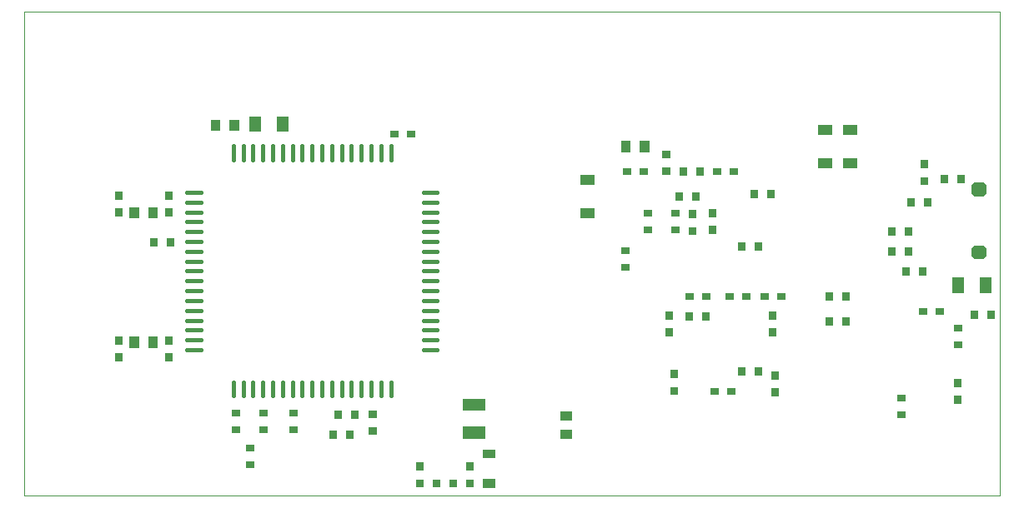
<source format=gbp>
G75*
%MOIN*%
%OFA0B0*%
%FSLAX25Y25*%
%IPPOS*%
%LPD*%
%AMOC8*
5,1,8,0,0,1.08239X$1,22.5*
%
%ADD10C,0.00000*%
%ADD11C,0.00165*%
%ADD12C,0.00179*%
%ADD13C,0.00154*%
%ADD14C,0.00181*%
%ADD15C,0.01654*%
%ADD16C,0.03189*%
D10*
X0022595Y0009348D02*
X0412516Y0009348D01*
X0412516Y0203167D01*
X0022595Y0203167D01*
X0022595Y0009348D01*
D11*
X0105602Y0034706D02*
X0105602Y0037298D01*
X0108588Y0037298D01*
X0108588Y0034706D01*
X0105602Y0034706D01*
X0105602Y0034870D02*
X0108588Y0034870D01*
X0108588Y0035034D02*
X0105602Y0035034D01*
X0105602Y0035198D02*
X0108588Y0035198D01*
X0108588Y0035362D02*
X0105602Y0035362D01*
X0105602Y0035526D02*
X0108588Y0035526D01*
X0108588Y0035690D02*
X0105602Y0035690D01*
X0105602Y0035854D02*
X0108588Y0035854D01*
X0108588Y0036018D02*
X0105602Y0036018D01*
X0105602Y0036182D02*
X0108588Y0036182D01*
X0108588Y0036346D02*
X0105602Y0036346D01*
X0105602Y0036510D02*
X0108588Y0036510D01*
X0108588Y0036674D02*
X0105602Y0036674D01*
X0105602Y0036838D02*
X0108588Y0036838D01*
X0108588Y0037002D02*
X0105602Y0037002D01*
X0105602Y0037166D02*
X0108588Y0037166D01*
X0105602Y0041398D02*
X0105602Y0043990D01*
X0108588Y0043990D01*
X0108588Y0041398D01*
X0105602Y0041398D01*
X0105602Y0041562D02*
X0108588Y0041562D01*
X0108588Y0041726D02*
X0105602Y0041726D01*
X0105602Y0041890D02*
X0108588Y0041890D01*
X0108588Y0042054D02*
X0105602Y0042054D01*
X0105602Y0042218D02*
X0108588Y0042218D01*
X0108588Y0042382D02*
X0105602Y0042382D01*
X0105602Y0042546D02*
X0108588Y0042546D01*
X0108588Y0042710D02*
X0105602Y0042710D01*
X0105602Y0042874D02*
X0108588Y0042874D01*
X0108588Y0043038D02*
X0105602Y0043038D01*
X0105602Y0043202D02*
X0108588Y0043202D01*
X0108588Y0043366D02*
X0105602Y0043366D01*
X0105602Y0043530D02*
X0108588Y0043530D01*
X0108588Y0043694D02*
X0105602Y0043694D01*
X0105602Y0043858D02*
X0108588Y0043858D01*
X0116602Y0043990D02*
X0116602Y0041398D01*
X0116602Y0043990D02*
X0119588Y0043990D01*
X0119588Y0041398D01*
X0116602Y0041398D01*
X0116602Y0041562D02*
X0119588Y0041562D01*
X0119588Y0041726D02*
X0116602Y0041726D01*
X0116602Y0041890D02*
X0119588Y0041890D01*
X0119588Y0042054D02*
X0116602Y0042054D01*
X0116602Y0042218D02*
X0119588Y0042218D01*
X0119588Y0042382D02*
X0116602Y0042382D01*
X0116602Y0042546D02*
X0119588Y0042546D01*
X0119588Y0042710D02*
X0116602Y0042710D01*
X0116602Y0042874D02*
X0119588Y0042874D01*
X0119588Y0043038D02*
X0116602Y0043038D01*
X0116602Y0043202D02*
X0119588Y0043202D01*
X0119588Y0043366D02*
X0116602Y0043366D01*
X0116602Y0043530D02*
X0119588Y0043530D01*
X0119588Y0043694D02*
X0116602Y0043694D01*
X0116602Y0043858D02*
X0119588Y0043858D01*
X0128602Y0043990D02*
X0128602Y0041398D01*
X0128602Y0043990D02*
X0131588Y0043990D01*
X0131588Y0041398D01*
X0128602Y0041398D01*
X0128602Y0041562D02*
X0131588Y0041562D01*
X0131588Y0041726D02*
X0128602Y0041726D01*
X0128602Y0041890D02*
X0131588Y0041890D01*
X0131588Y0042054D02*
X0128602Y0042054D01*
X0128602Y0042218D02*
X0131588Y0042218D01*
X0131588Y0042382D02*
X0128602Y0042382D01*
X0128602Y0042546D02*
X0131588Y0042546D01*
X0131588Y0042710D02*
X0128602Y0042710D01*
X0128602Y0042874D02*
X0131588Y0042874D01*
X0131588Y0043038D02*
X0128602Y0043038D01*
X0128602Y0043202D02*
X0131588Y0043202D01*
X0131588Y0043366D02*
X0128602Y0043366D01*
X0128602Y0043530D02*
X0131588Y0043530D01*
X0131588Y0043694D02*
X0128602Y0043694D01*
X0128602Y0043858D02*
X0131588Y0043858D01*
X0146453Y0040355D02*
X0149045Y0040355D01*
X0146453Y0040355D02*
X0146453Y0043341D01*
X0149045Y0043341D01*
X0149045Y0040355D01*
X0149045Y0040519D02*
X0146453Y0040519D01*
X0146453Y0040683D02*
X0149045Y0040683D01*
X0149045Y0040847D02*
X0146453Y0040847D01*
X0146453Y0041011D02*
X0149045Y0041011D01*
X0149045Y0041175D02*
X0146453Y0041175D01*
X0146453Y0041339D02*
X0149045Y0041339D01*
X0149045Y0041503D02*
X0146453Y0041503D01*
X0146453Y0041667D02*
X0149045Y0041667D01*
X0149045Y0041831D02*
X0146453Y0041831D01*
X0146453Y0041995D02*
X0149045Y0041995D01*
X0149045Y0042159D02*
X0146453Y0042159D01*
X0146453Y0042323D02*
X0149045Y0042323D01*
X0149045Y0042487D02*
X0146453Y0042487D01*
X0146453Y0042651D02*
X0149045Y0042651D01*
X0149045Y0042815D02*
X0146453Y0042815D01*
X0146453Y0042979D02*
X0149045Y0042979D01*
X0149045Y0043143D02*
X0146453Y0043143D01*
X0146453Y0043307D02*
X0149045Y0043307D01*
X0153146Y0040355D02*
X0155738Y0040355D01*
X0153146Y0040355D02*
X0153146Y0043341D01*
X0155738Y0043341D01*
X0155738Y0040355D01*
X0155738Y0040519D02*
X0153146Y0040519D01*
X0153146Y0040683D02*
X0155738Y0040683D01*
X0155738Y0040847D02*
X0153146Y0040847D01*
X0153146Y0041011D02*
X0155738Y0041011D01*
X0155738Y0041175D02*
X0153146Y0041175D01*
X0153146Y0041339D02*
X0155738Y0041339D01*
X0155738Y0041503D02*
X0153146Y0041503D01*
X0153146Y0041667D02*
X0155738Y0041667D01*
X0155738Y0041831D02*
X0153146Y0041831D01*
X0153146Y0041995D02*
X0155738Y0041995D01*
X0155738Y0042159D02*
X0153146Y0042159D01*
X0153146Y0042323D02*
X0155738Y0042323D01*
X0155738Y0042487D02*
X0153146Y0042487D01*
X0153146Y0042651D02*
X0155738Y0042651D01*
X0155738Y0042815D02*
X0153146Y0042815D01*
X0153146Y0042979D02*
X0155738Y0042979D01*
X0155738Y0043143D02*
X0153146Y0043143D01*
X0153146Y0043307D02*
X0155738Y0043307D01*
X0163088Y0043490D02*
X0163088Y0040898D01*
X0160102Y0040898D01*
X0160102Y0043490D01*
X0163088Y0043490D01*
X0163088Y0041062D02*
X0160102Y0041062D01*
X0160102Y0041226D02*
X0163088Y0041226D01*
X0163088Y0041390D02*
X0160102Y0041390D01*
X0160102Y0041554D02*
X0163088Y0041554D01*
X0163088Y0041718D02*
X0160102Y0041718D01*
X0160102Y0041882D02*
X0163088Y0041882D01*
X0163088Y0042046D02*
X0160102Y0042046D01*
X0160102Y0042210D02*
X0163088Y0042210D01*
X0163088Y0042374D02*
X0160102Y0042374D01*
X0160102Y0042538D02*
X0163088Y0042538D01*
X0163088Y0042702D02*
X0160102Y0042702D01*
X0160102Y0042866D02*
X0163088Y0042866D01*
X0163088Y0043030D02*
X0160102Y0043030D01*
X0160102Y0043194D02*
X0163088Y0043194D01*
X0163088Y0043358D02*
X0160102Y0043358D01*
X0163088Y0036798D02*
X0163088Y0034206D01*
X0160102Y0034206D01*
X0160102Y0036798D01*
X0163088Y0036798D01*
X0163088Y0034370D02*
X0160102Y0034370D01*
X0160102Y0034534D02*
X0163088Y0034534D01*
X0163088Y0034698D02*
X0160102Y0034698D01*
X0160102Y0034862D02*
X0163088Y0034862D01*
X0163088Y0035026D02*
X0160102Y0035026D01*
X0160102Y0035190D02*
X0163088Y0035190D01*
X0163088Y0035354D02*
X0160102Y0035354D01*
X0160102Y0035518D02*
X0163088Y0035518D01*
X0163088Y0035682D02*
X0160102Y0035682D01*
X0160102Y0035846D02*
X0163088Y0035846D01*
X0163088Y0036010D02*
X0160102Y0036010D01*
X0160102Y0036174D02*
X0163088Y0036174D01*
X0163088Y0036338D02*
X0160102Y0036338D01*
X0160102Y0036502D02*
X0163088Y0036502D01*
X0163088Y0036666D02*
X0160102Y0036666D01*
X0153738Y0032355D02*
X0151146Y0032355D01*
X0151146Y0035341D01*
X0153738Y0035341D01*
X0153738Y0032355D01*
X0153738Y0032519D02*
X0151146Y0032519D01*
X0151146Y0032683D02*
X0153738Y0032683D01*
X0153738Y0032847D02*
X0151146Y0032847D01*
X0151146Y0033011D02*
X0153738Y0033011D01*
X0153738Y0033175D02*
X0151146Y0033175D01*
X0151146Y0033339D02*
X0153738Y0033339D01*
X0153738Y0033503D02*
X0151146Y0033503D01*
X0151146Y0033667D02*
X0153738Y0033667D01*
X0153738Y0033831D02*
X0151146Y0033831D01*
X0151146Y0033995D02*
X0153738Y0033995D01*
X0153738Y0034159D02*
X0151146Y0034159D01*
X0151146Y0034323D02*
X0153738Y0034323D01*
X0153738Y0034487D02*
X0151146Y0034487D01*
X0151146Y0034651D02*
X0153738Y0034651D01*
X0153738Y0034815D02*
X0151146Y0034815D01*
X0151146Y0034979D02*
X0153738Y0034979D01*
X0153738Y0035143D02*
X0151146Y0035143D01*
X0151146Y0035307D02*
X0153738Y0035307D01*
X0147045Y0032355D02*
X0144453Y0032355D01*
X0144453Y0035341D01*
X0147045Y0035341D01*
X0147045Y0032355D01*
X0147045Y0032519D02*
X0144453Y0032519D01*
X0144453Y0032683D02*
X0147045Y0032683D01*
X0147045Y0032847D02*
X0144453Y0032847D01*
X0144453Y0033011D02*
X0147045Y0033011D01*
X0147045Y0033175D02*
X0144453Y0033175D01*
X0144453Y0033339D02*
X0147045Y0033339D01*
X0147045Y0033503D02*
X0144453Y0033503D01*
X0144453Y0033667D02*
X0147045Y0033667D01*
X0147045Y0033831D02*
X0144453Y0033831D01*
X0144453Y0033995D02*
X0147045Y0033995D01*
X0147045Y0034159D02*
X0144453Y0034159D01*
X0144453Y0034323D02*
X0147045Y0034323D01*
X0147045Y0034487D02*
X0144453Y0034487D01*
X0144453Y0034651D02*
X0147045Y0034651D01*
X0147045Y0034815D02*
X0144453Y0034815D01*
X0144453Y0034979D02*
X0147045Y0034979D01*
X0147045Y0035143D02*
X0144453Y0035143D01*
X0144453Y0035307D02*
X0147045Y0035307D01*
X0128602Y0034706D02*
X0128602Y0037298D01*
X0131588Y0037298D01*
X0131588Y0034706D01*
X0128602Y0034706D01*
X0128602Y0034870D02*
X0131588Y0034870D01*
X0131588Y0035034D02*
X0128602Y0035034D01*
X0128602Y0035198D02*
X0131588Y0035198D01*
X0131588Y0035362D02*
X0128602Y0035362D01*
X0128602Y0035526D02*
X0131588Y0035526D01*
X0131588Y0035690D02*
X0128602Y0035690D01*
X0128602Y0035854D02*
X0131588Y0035854D01*
X0131588Y0036018D02*
X0128602Y0036018D01*
X0128602Y0036182D02*
X0131588Y0036182D01*
X0131588Y0036346D02*
X0128602Y0036346D01*
X0128602Y0036510D02*
X0131588Y0036510D01*
X0131588Y0036674D02*
X0128602Y0036674D01*
X0128602Y0036838D02*
X0131588Y0036838D01*
X0131588Y0037002D02*
X0128602Y0037002D01*
X0128602Y0037166D02*
X0131588Y0037166D01*
X0116602Y0037298D02*
X0116602Y0034706D01*
X0116602Y0037298D02*
X0119588Y0037298D01*
X0119588Y0034706D01*
X0116602Y0034706D01*
X0116602Y0034870D02*
X0119588Y0034870D01*
X0119588Y0035034D02*
X0116602Y0035034D01*
X0116602Y0035198D02*
X0119588Y0035198D01*
X0119588Y0035362D02*
X0116602Y0035362D01*
X0116602Y0035526D02*
X0119588Y0035526D01*
X0119588Y0035690D02*
X0116602Y0035690D01*
X0116602Y0035854D02*
X0119588Y0035854D01*
X0119588Y0036018D02*
X0116602Y0036018D01*
X0116602Y0036182D02*
X0119588Y0036182D01*
X0119588Y0036346D02*
X0116602Y0036346D01*
X0116602Y0036510D02*
X0119588Y0036510D01*
X0119588Y0036674D02*
X0116602Y0036674D01*
X0116602Y0036838D02*
X0119588Y0036838D01*
X0119588Y0037002D02*
X0116602Y0037002D01*
X0116602Y0037166D02*
X0119588Y0037166D01*
X0111102Y0029990D02*
X0111102Y0027398D01*
X0111102Y0029990D02*
X0114088Y0029990D01*
X0114088Y0027398D01*
X0111102Y0027398D01*
X0111102Y0027562D02*
X0114088Y0027562D01*
X0114088Y0027726D02*
X0111102Y0027726D01*
X0111102Y0027890D02*
X0114088Y0027890D01*
X0114088Y0028054D02*
X0111102Y0028054D01*
X0111102Y0028218D02*
X0114088Y0028218D01*
X0114088Y0028382D02*
X0111102Y0028382D01*
X0111102Y0028546D02*
X0114088Y0028546D01*
X0114088Y0028710D02*
X0111102Y0028710D01*
X0111102Y0028874D02*
X0114088Y0028874D01*
X0114088Y0029038D02*
X0111102Y0029038D01*
X0111102Y0029202D02*
X0114088Y0029202D01*
X0114088Y0029366D02*
X0111102Y0029366D01*
X0111102Y0029530D02*
X0114088Y0029530D01*
X0114088Y0029694D02*
X0111102Y0029694D01*
X0111102Y0029858D02*
X0114088Y0029858D01*
X0111102Y0023298D02*
X0111102Y0020706D01*
X0111102Y0023298D02*
X0114088Y0023298D01*
X0114088Y0020706D01*
X0111102Y0020706D01*
X0111102Y0020870D02*
X0114088Y0020870D01*
X0114088Y0021034D02*
X0111102Y0021034D01*
X0111102Y0021198D02*
X0114088Y0021198D01*
X0114088Y0021362D02*
X0111102Y0021362D01*
X0111102Y0021526D02*
X0114088Y0021526D01*
X0114088Y0021690D02*
X0111102Y0021690D01*
X0111102Y0021854D02*
X0114088Y0021854D01*
X0114088Y0022018D02*
X0111102Y0022018D01*
X0111102Y0022182D02*
X0114088Y0022182D01*
X0114088Y0022346D02*
X0111102Y0022346D01*
X0111102Y0022510D02*
X0114088Y0022510D01*
X0114088Y0022674D02*
X0111102Y0022674D01*
X0111102Y0022838D02*
X0114088Y0022838D01*
X0114088Y0023002D02*
X0111102Y0023002D01*
X0111102Y0023166D02*
X0114088Y0023166D01*
X0181891Y0022687D02*
X0181891Y0019701D01*
X0179299Y0019701D01*
X0179299Y0022687D01*
X0181891Y0022687D01*
X0181891Y0019865D02*
X0179299Y0019865D01*
X0179299Y0020029D02*
X0181891Y0020029D01*
X0181891Y0020193D02*
X0179299Y0020193D01*
X0179299Y0020357D02*
X0181891Y0020357D01*
X0181891Y0020521D02*
X0179299Y0020521D01*
X0179299Y0020685D02*
X0181891Y0020685D01*
X0181891Y0020849D02*
X0179299Y0020849D01*
X0179299Y0021013D02*
X0181891Y0021013D01*
X0181891Y0021177D02*
X0179299Y0021177D01*
X0179299Y0021341D02*
X0181891Y0021341D01*
X0181891Y0021505D02*
X0179299Y0021505D01*
X0179299Y0021669D02*
X0181891Y0021669D01*
X0181891Y0021833D02*
X0179299Y0021833D01*
X0179299Y0021997D02*
X0181891Y0021997D01*
X0181891Y0022161D02*
X0179299Y0022161D01*
X0179299Y0022325D02*
X0181891Y0022325D01*
X0181891Y0022489D02*
X0179299Y0022489D01*
X0179299Y0022653D02*
X0181891Y0022653D01*
X0181891Y0015995D02*
X0181891Y0013009D01*
X0179299Y0013009D01*
X0179299Y0015995D01*
X0181891Y0015995D01*
X0181891Y0013173D02*
X0179299Y0013173D01*
X0179299Y0013337D02*
X0181891Y0013337D01*
X0181891Y0013501D02*
X0179299Y0013501D01*
X0179299Y0013665D02*
X0181891Y0013665D01*
X0181891Y0013829D02*
X0179299Y0013829D01*
X0179299Y0013993D02*
X0181891Y0013993D01*
X0181891Y0014157D02*
X0179299Y0014157D01*
X0179299Y0014321D02*
X0181891Y0014321D01*
X0181891Y0014485D02*
X0179299Y0014485D01*
X0179299Y0014649D02*
X0181891Y0014649D01*
X0181891Y0014813D02*
X0179299Y0014813D01*
X0179299Y0014977D02*
X0181891Y0014977D01*
X0181891Y0015141D02*
X0179299Y0015141D01*
X0179299Y0015305D02*
X0181891Y0015305D01*
X0181891Y0015469D02*
X0179299Y0015469D01*
X0179299Y0015633D02*
X0181891Y0015633D01*
X0181891Y0015797D02*
X0179299Y0015797D01*
X0179299Y0015961D02*
X0181891Y0015961D01*
X0185953Y0015999D02*
X0188545Y0015999D01*
X0188545Y0013013D01*
X0185953Y0013013D01*
X0185953Y0015999D01*
X0185953Y0013177D02*
X0188545Y0013177D01*
X0188545Y0013341D02*
X0185953Y0013341D01*
X0185953Y0013505D02*
X0188545Y0013505D01*
X0188545Y0013669D02*
X0185953Y0013669D01*
X0185953Y0013833D02*
X0188545Y0013833D01*
X0188545Y0013997D02*
X0185953Y0013997D01*
X0185953Y0014161D02*
X0188545Y0014161D01*
X0188545Y0014325D02*
X0185953Y0014325D01*
X0185953Y0014489D02*
X0188545Y0014489D01*
X0188545Y0014653D02*
X0185953Y0014653D01*
X0185953Y0014817D02*
X0188545Y0014817D01*
X0188545Y0014981D02*
X0185953Y0014981D01*
X0185953Y0015145D02*
X0188545Y0015145D01*
X0188545Y0015309D02*
X0185953Y0015309D01*
X0185953Y0015473D02*
X0188545Y0015473D01*
X0188545Y0015637D02*
X0185953Y0015637D01*
X0185953Y0015801D02*
X0188545Y0015801D01*
X0188545Y0015965D02*
X0185953Y0015965D01*
X0192646Y0015999D02*
X0195238Y0015999D01*
X0195238Y0013013D01*
X0192646Y0013013D01*
X0192646Y0015999D01*
X0192646Y0013177D02*
X0195238Y0013177D01*
X0195238Y0013341D02*
X0192646Y0013341D01*
X0192646Y0013505D02*
X0195238Y0013505D01*
X0195238Y0013669D02*
X0192646Y0013669D01*
X0192646Y0013833D02*
X0195238Y0013833D01*
X0195238Y0013997D02*
X0192646Y0013997D01*
X0192646Y0014161D02*
X0195238Y0014161D01*
X0195238Y0014325D02*
X0192646Y0014325D01*
X0192646Y0014489D02*
X0195238Y0014489D01*
X0195238Y0014653D02*
X0192646Y0014653D01*
X0192646Y0014817D02*
X0195238Y0014817D01*
X0195238Y0014981D02*
X0192646Y0014981D01*
X0192646Y0015145D02*
X0195238Y0015145D01*
X0195238Y0015309D02*
X0192646Y0015309D01*
X0192646Y0015473D02*
X0195238Y0015473D01*
X0195238Y0015637D02*
X0192646Y0015637D01*
X0192646Y0015801D02*
X0195238Y0015801D01*
X0195238Y0015965D02*
X0192646Y0015965D01*
X0201891Y0015995D02*
X0201891Y0013009D01*
X0199299Y0013009D01*
X0199299Y0015995D01*
X0201891Y0015995D01*
X0201891Y0013173D02*
X0199299Y0013173D01*
X0199299Y0013337D02*
X0201891Y0013337D01*
X0201891Y0013501D02*
X0199299Y0013501D01*
X0199299Y0013665D02*
X0201891Y0013665D01*
X0201891Y0013829D02*
X0199299Y0013829D01*
X0199299Y0013993D02*
X0201891Y0013993D01*
X0201891Y0014157D02*
X0199299Y0014157D01*
X0199299Y0014321D02*
X0201891Y0014321D01*
X0201891Y0014485D02*
X0199299Y0014485D01*
X0199299Y0014649D02*
X0201891Y0014649D01*
X0201891Y0014813D02*
X0199299Y0014813D01*
X0199299Y0014977D02*
X0201891Y0014977D01*
X0201891Y0015141D02*
X0199299Y0015141D01*
X0199299Y0015305D02*
X0201891Y0015305D01*
X0201891Y0015469D02*
X0199299Y0015469D01*
X0199299Y0015633D02*
X0201891Y0015633D01*
X0201891Y0015797D02*
X0199299Y0015797D01*
X0199299Y0015961D02*
X0201891Y0015961D01*
X0201891Y0019701D02*
X0201891Y0022687D01*
X0201891Y0019701D02*
X0199299Y0019701D01*
X0199299Y0022687D01*
X0201891Y0022687D01*
X0201891Y0019865D02*
X0199299Y0019865D01*
X0199299Y0020029D02*
X0201891Y0020029D01*
X0201891Y0020193D02*
X0199299Y0020193D01*
X0199299Y0020357D02*
X0201891Y0020357D01*
X0201891Y0020521D02*
X0199299Y0020521D01*
X0199299Y0020685D02*
X0201891Y0020685D01*
X0201891Y0020849D02*
X0199299Y0020849D01*
X0199299Y0021013D02*
X0201891Y0021013D01*
X0201891Y0021177D02*
X0199299Y0021177D01*
X0199299Y0021341D02*
X0201891Y0021341D01*
X0201891Y0021505D02*
X0199299Y0021505D01*
X0199299Y0021669D02*
X0201891Y0021669D01*
X0201891Y0021833D02*
X0199299Y0021833D01*
X0199299Y0021997D02*
X0201891Y0021997D01*
X0201891Y0022161D02*
X0199299Y0022161D01*
X0199299Y0022325D02*
X0201891Y0022325D01*
X0201891Y0022489D02*
X0199299Y0022489D01*
X0199299Y0022653D02*
X0201891Y0022653D01*
X0205736Y0024683D02*
X0205736Y0027825D01*
X0210454Y0027825D01*
X0210454Y0024683D01*
X0205736Y0024683D01*
X0205736Y0024847D02*
X0210454Y0024847D01*
X0210454Y0025011D02*
X0205736Y0025011D01*
X0205736Y0025175D02*
X0210454Y0025175D01*
X0210454Y0025339D02*
X0205736Y0025339D01*
X0205736Y0025503D02*
X0210454Y0025503D01*
X0210454Y0025667D02*
X0205736Y0025667D01*
X0205736Y0025831D02*
X0210454Y0025831D01*
X0210454Y0025995D02*
X0205736Y0025995D01*
X0205736Y0026159D02*
X0210454Y0026159D01*
X0210454Y0026323D02*
X0205736Y0026323D01*
X0205736Y0026487D02*
X0210454Y0026487D01*
X0210454Y0026651D02*
X0205736Y0026651D01*
X0205736Y0026815D02*
X0210454Y0026815D01*
X0210454Y0026979D02*
X0205736Y0026979D01*
X0205736Y0027143D02*
X0210454Y0027143D01*
X0210454Y0027307D02*
X0205736Y0027307D01*
X0205736Y0027471D02*
X0210454Y0027471D01*
X0210454Y0027635D02*
X0205736Y0027635D01*
X0205736Y0027799D02*
X0210454Y0027799D01*
X0205736Y0016014D02*
X0205736Y0012872D01*
X0205736Y0016014D02*
X0210454Y0016014D01*
X0210454Y0012872D01*
X0205736Y0012872D01*
X0205736Y0013036D02*
X0210454Y0013036D01*
X0210454Y0013200D02*
X0205736Y0013200D01*
X0205736Y0013364D02*
X0210454Y0013364D01*
X0210454Y0013528D02*
X0205736Y0013528D01*
X0205736Y0013692D02*
X0210454Y0013692D01*
X0210454Y0013856D02*
X0205736Y0013856D01*
X0205736Y0014020D02*
X0210454Y0014020D01*
X0210454Y0014184D02*
X0205736Y0014184D01*
X0205736Y0014348D02*
X0210454Y0014348D01*
X0210454Y0014512D02*
X0205736Y0014512D01*
X0205736Y0014676D02*
X0210454Y0014676D01*
X0210454Y0014840D02*
X0205736Y0014840D01*
X0205736Y0015004D02*
X0210454Y0015004D01*
X0210454Y0015168D02*
X0205736Y0015168D01*
X0205736Y0015332D02*
X0210454Y0015332D01*
X0210454Y0015496D02*
X0205736Y0015496D01*
X0205736Y0015660D02*
X0210454Y0015660D01*
X0210454Y0015824D02*
X0205736Y0015824D01*
X0205736Y0015988D02*
X0210454Y0015988D01*
X0283391Y0050009D02*
X0283391Y0052995D01*
X0283391Y0050009D02*
X0280799Y0050009D01*
X0280799Y0052995D01*
X0283391Y0052995D01*
X0283391Y0050173D02*
X0280799Y0050173D01*
X0280799Y0050337D02*
X0283391Y0050337D01*
X0283391Y0050501D02*
X0280799Y0050501D01*
X0280799Y0050665D02*
X0283391Y0050665D01*
X0283391Y0050829D02*
X0280799Y0050829D01*
X0280799Y0050993D02*
X0283391Y0050993D01*
X0283391Y0051157D02*
X0280799Y0051157D01*
X0280799Y0051321D02*
X0283391Y0051321D01*
X0283391Y0051485D02*
X0280799Y0051485D01*
X0280799Y0051649D02*
X0283391Y0051649D01*
X0283391Y0051813D02*
X0280799Y0051813D01*
X0280799Y0051977D02*
X0283391Y0051977D01*
X0283391Y0052141D02*
X0280799Y0052141D01*
X0280799Y0052305D02*
X0283391Y0052305D01*
X0283391Y0052469D02*
X0280799Y0052469D01*
X0280799Y0052633D02*
X0283391Y0052633D01*
X0283391Y0052797D02*
X0280799Y0052797D01*
X0280799Y0052961D02*
X0283391Y0052961D01*
X0283391Y0056701D02*
X0283391Y0059687D01*
X0283391Y0056701D02*
X0280799Y0056701D01*
X0280799Y0059687D01*
X0283391Y0059687D01*
X0283391Y0056865D02*
X0280799Y0056865D01*
X0280799Y0057029D02*
X0283391Y0057029D01*
X0283391Y0057193D02*
X0280799Y0057193D01*
X0280799Y0057357D02*
X0283391Y0057357D01*
X0283391Y0057521D02*
X0280799Y0057521D01*
X0280799Y0057685D02*
X0283391Y0057685D01*
X0283391Y0057849D02*
X0280799Y0057849D01*
X0280799Y0058013D02*
X0283391Y0058013D01*
X0283391Y0058177D02*
X0280799Y0058177D01*
X0280799Y0058341D02*
X0283391Y0058341D01*
X0283391Y0058505D02*
X0280799Y0058505D01*
X0280799Y0058669D02*
X0283391Y0058669D01*
X0283391Y0058833D02*
X0280799Y0058833D01*
X0280799Y0058997D02*
X0283391Y0058997D01*
X0283391Y0059161D02*
X0280799Y0059161D01*
X0280799Y0059325D02*
X0283391Y0059325D01*
X0283391Y0059489D02*
X0280799Y0059489D01*
X0280799Y0059653D02*
X0283391Y0059653D01*
X0296756Y0052644D02*
X0299742Y0052644D01*
X0299742Y0050052D01*
X0296756Y0050052D01*
X0296756Y0052644D01*
X0296756Y0050216D02*
X0299742Y0050216D01*
X0299742Y0050380D02*
X0296756Y0050380D01*
X0296756Y0050544D02*
X0299742Y0050544D01*
X0299742Y0050708D02*
X0296756Y0050708D01*
X0296756Y0050872D02*
X0299742Y0050872D01*
X0299742Y0051036D02*
X0296756Y0051036D01*
X0296756Y0051200D02*
X0299742Y0051200D01*
X0299742Y0051364D02*
X0296756Y0051364D01*
X0296756Y0051528D02*
X0299742Y0051528D01*
X0299742Y0051692D02*
X0296756Y0051692D01*
X0296756Y0051856D02*
X0299742Y0051856D01*
X0299742Y0052020D02*
X0296756Y0052020D01*
X0296756Y0052184D02*
X0299742Y0052184D01*
X0299742Y0052348D02*
X0296756Y0052348D01*
X0296756Y0052512D02*
X0299742Y0052512D01*
X0303449Y0052644D02*
X0306435Y0052644D01*
X0306435Y0050052D01*
X0303449Y0050052D01*
X0303449Y0052644D01*
X0303449Y0050216D02*
X0306435Y0050216D01*
X0306435Y0050380D02*
X0303449Y0050380D01*
X0303449Y0050544D02*
X0306435Y0050544D01*
X0306435Y0050708D02*
X0303449Y0050708D01*
X0303449Y0050872D02*
X0306435Y0050872D01*
X0306435Y0051036D02*
X0303449Y0051036D01*
X0303449Y0051200D02*
X0306435Y0051200D01*
X0306435Y0051364D02*
X0303449Y0051364D01*
X0303449Y0051528D02*
X0306435Y0051528D01*
X0306435Y0051692D02*
X0303449Y0051692D01*
X0303449Y0051856D02*
X0306435Y0051856D01*
X0306435Y0052020D02*
X0303449Y0052020D01*
X0303449Y0052184D02*
X0306435Y0052184D01*
X0306435Y0052348D02*
X0303449Y0052348D01*
X0303449Y0052512D02*
X0306435Y0052512D01*
X0307953Y0060841D02*
X0310545Y0060841D01*
X0310545Y0057855D01*
X0307953Y0057855D01*
X0307953Y0060841D01*
X0307953Y0058019D02*
X0310545Y0058019D01*
X0310545Y0058183D02*
X0307953Y0058183D01*
X0307953Y0058347D02*
X0310545Y0058347D01*
X0310545Y0058511D02*
X0307953Y0058511D01*
X0307953Y0058675D02*
X0310545Y0058675D01*
X0310545Y0058839D02*
X0307953Y0058839D01*
X0307953Y0059003D02*
X0310545Y0059003D01*
X0310545Y0059167D02*
X0307953Y0059167D01*
X0307953Y0059331D02*
X0310545Y0059331D01*
X0310545Y0059495D02*
X0307953Y0059495D01*
X0307953Y0059659D02*
X0310545Y0059659D01*
X0310545Y0059823D02*
X0307953Y0059823D01*
X0307953Y0059987D02*
X0310545Y0059987D01*
X0310545Y0060151D02*
X0307953Y0060151D01*
X0307953Y0060315D02*
X0310545Y0060315D01*
X0310545Y0060479D02*
X0307953Y0060479D01*
X0307953Y0060643D02*
X0310545Y0060643D01*
X0310545Y0060807D02*
X0307953Y0060807D01*
X0314646Y0060841D02*
X0317238Y0060841D01*
X0317238Y0057855D01*
X0314646Y0057855D01*
X0314646Y0060841D01*
X0314646Y0058019D02*
X0317238Y0058019D01*
X0317238Y0058183D02*
X0314646Y0058183D01*
X0314646Y0058347D02*
X0317238Y0058347D01*
X0317238Y0058511D02*
X0314646Y0058511D01*
X0314646Y0058675D02*
X0317238Y0058675D01*
X0317238Y0058839D02*
X0314646Y0058839D01*
X0314646Y0059003D02*
X0317238Y0059003D01*
X0317238Y0059167D02*
X0314646Y0059167D01*
X0314646Y0059331D02*
X0317238Y0059331D01*
X0317238Y0059495D02*
X0314646Y0059495D01*
X0314646Y0059659D02*
X0317238Y0059659D01*
X0317238Y0059823D02*
X0314646Y0059823D01*
X0314646Y0059987D02*
X0317238Y0059987D01*
X0317238Y0060151D02*
X0314646Y0060151D01*
X0314646Y0060315D02*
X0317238Y0060315D01*
X0317238Y0060479D02*
X0314646Y0060479D01*
X0314646Y0060643D02*
X0317238Y0060643D01*
X0317238Y0060807D02*
X0314646Y0060807D01*
X0321299Y0059187D02*
X0321299Y0056201D01*
X0321299Y0059187D02*
X0323891Y0059187D01*
X0323891Y0056201D01*
X0321299Y0056201D01*
X0321299Y0056365D02*
X0323891Y0056365D01*
X0323891Y0056529D02*
X0321299Y0056529D01*
X0321299Y0056693D02*
X0323891Y0056693D01*
X0323891Y0056857D02*
X0321299Y0056857D01*
X0321299Y0057021D02*
X0323891Y0057021D01*
X0323891Y0057185D02*
X0321299Y0057185D01*
X0321299Y0057349D02*
X0323891Y0057349D01*
X0323891Y0057513D02*
X0321299Y0057513D01*
X0321299Y0057677D02*
X0323891Y0057677D01*
X0323891Y0057841D02*
X0321299Y0057841D01*
X0321299Y0058005D02*
X0323891Y0058005D01*
X0323891Y0058169D02*
X0321299Y0058169D01*
X0321299Y0058333D02*
X0323891Y0058333D01*
X0323891Y0058497D02*
X0321299Y0058497D01*
X0321299Y0058661D02*
X0323891Y0058661D01*
X0323891Y0058825D02*
X0321299Y0058825D01*
X0321299Y0058989D02*
X0323891Y0058989D01*
X0323891Y0059153D02*
X0321299Y0059153D01*
X0321299Y0052495D02*
X0321299Y0049509D01*
X0321299Y0052495D02*
X0323891Y0052495D01*
X0323891Y0049509D01*
X0321299Y0049509D01*
X0321299Y0049673D02*
X0323891Y0049673D01*
X0323891Y0049837D02*
X0321299Y0049837D01*
X0321299Y0050001D02*
X0323891Y0050001D01*
X0323891Y0050165D02*
X0321299Y0050165D01*
X0321299Y0050329D02*
X0323891Y0050329D01*
X0323891Y0050493D02*
X0321299Y0050493D01*
X0321299Y0050657D02*
X0323891Y0050657D01*
X0323891Y0050821D02*
X0321299Y0050821D01*
X0321299Y0050985D02*
X0323891Y0050985D01*
X0323891Y0051149D02*
X0321299Y0051149D01*
X0321299Y0051313D02*
X0323891Y0051313D01*
X0323891Y0051477D02*
X0321299Y0051477D01*
X0321299Y0051641D02*
X0323891Y0051641D01*
X0323891Y0051805D02*
X0321299Y0051805D01*
X0321299Y0051969D02*
X0323891Y0051969D01*
X0323891Y0052133D02*
X0321299Y0052133D01*
X0321299Y0052297D02*
X0323891Y0052297D01*
X0323891Y0052461D02*
X0321299Y0052461D01*
X0320299Y0073509D02*
X0320299Y0076495D01*
X0322891Y0076495D01*
X0322891Y0073509D01*
X0320299Y0073509D01*
X0320299Y0073673D02*
X0322891Y0073673D01*
X0322891Y0073837D02*
X0320299Y0073837D01*
X0320299Y0074001D02*
X0322891Y0074001D01*
X0322891Y0074165D02*
X0320299Y0074165D01*
X0320299Y0074329D02*
X0322891Y0074329D01*
X0322891Y0074493D02*
X0320299Y0074493D01*
X0320299Y0074657D02*
X0322891Y0074657D01*
X0322891Y0074821D02*
X0320299Y0074821D01*
X0320299Y0074985D02*
X0322891Y0074985D01*
X0322891Y0075149D02*
X0320299Y0075149D01*
X0320299Y0075313D02*
X0322891Y0075313D01*
X0322891Y0075477D02*
X0320299Y0075477D01*
X0320299Y0075641D02*
X0322891Y0075641D01*
X0322891Y0075805D02*
X0320299Y0075805D01*
X0320299Y0075969D02*
X0322891Y0075969D01*
X0322891Y0076133D02*
X0320299Y0076133D01*
X0320299Y0076297D02*
X0322891Y0076297D01*
X0322891Y0076461D02*
X0320299Y0076461D01*
X0320299Y0080201D02*
X0320299Y0083187D01*
X0322891Y0083187D01*
X0322891Y0080201D01*
X0320299Y0080201D01*
X0320299Y0080365D02*
X0322891Y0080365D01*
X0322891Y0080529D02*
X0320299Y0080529D01*
X0320299Y0080693D02*
X0322891Y0080693D01*
X0322891Y0080857D02*
X0320299Y0080857D01*
X0320299Y0081021D02*
X0322891Y0081021D01*
X0322891Y0081185D02*
X0320299Y0081185D01*
X0320299Y0081349D02*
X0322891Y0081349D01*
X0322891Y0081513D02*
X0320299Y0081513D01*
X0320299Y0081677D02*
X0322891Y0081677D01*
X0322891Y0081841D02*
X0320299Y0081841D01*
X0320299Y0082005D02*
X0322891Y0082005D01*
X0322891Y0082169D02*
X0320299Y0082169D01*
X0320299Y0082333D02*
X0322891Y0082333D01*
X0322891Y0082497D02*
X0320299Y0082497D01*
X0320299Y0082661D02*
X0322891Y0082661D01*
X0322891Y0082825D02*
X0320299Y0082825D01*
X0320299Y0082989D02*
X0322891Y0082989D01*
X0322891Y0083153D02*
X0320299Y0083153D01*
X0319742Y0090644D02*
X0316756Y0090644D01*
X0319742Y0090644D02*
X0319742Y0088052D01*
X0316756Y0088052D01*
X0316756Y0090644D01*
X0316756Y0088216D02*
X0319742Y0088216D01*
X0319742Y0088380D02*
X0316756Y0088380D01*
X0316756Y0088544D02*
X0319742Y0088544D01*
X0319742Y0088708D02*
X0316756Y0088708D01*
X0316756Y0088872D02*
X0319742Y0088872D01*
X0319742Y0089036D02*
X0316756Y0089036D01*
X0316756Y0089200D02*
X0319742Y0089200D01*
X0319742Y0089364D02*
X0316756Y0089364D01*
X0316756Y0089528D02*
X0319742Y0089528D01*
X0319742Y0089692D02*
X0316756Y0089692D01*
X0316756Y0089856D02*
X0319742Y0089856D01*
X0319742Y0090020D02*
X0316756Y0090020D01*
X0316756Y0090184D02*
X0319742Y0090184D01*
X0319742Y0090348D02*
X0316756Y0090348D01*
X0316756Y0090512D02*
X0319742Y0090512D01*
X0323449Y0090644D02*
X0326435Y0090644D01*
X0326435Y0088052D01*
X0323449Y0088052D01*
X0323449Y0090644D01*
X0323449Y0088216D02*
X0326435Y0088216D01*
X0326435Y0088380D02*
X0323449Y0088380D01*
X0323449Y0088544D02*
X0326435Y0088544D01*
X0326435Y0088708D02*
X0323449Y0088708D01*
X0323449Y0088872D02*
X0326435Y0088872D01*
X0326435Y0089036D02*
X0323449Y0089036D01*
X0323449Y0089200D02*
X0326435Y0089200D01*
X0326435Y0089364D02*
X0323449Y0089364D01*
X0323449Y0089528D02*
X0326435Y0089528D01*
X0326435Y0089692D02*
X0323449Y0089692D01*
X0323449Y0089856D02*
X0326435Y0089856D01*
X0326435Y0090020D02*
X0323449Y0090020D01*
X0323449Y0090184D02*
X0326435Y0090184D01*
X0326435Y0090348D02*
X0323449Y0090348D01*
X0323449Y0090512D02*
X0326435Y0090512D01*
X0312435Y0090644D02*
X0309449Y0090644D01*
X0312435Y0090644D02*
X0312435Y0088052D01*
X0309449Y0088052D01*
X0309449Y0090644D01*
X0309449Y0088216D02*
X0312435Y0088216D01*
X0312435Y0088380D02*
X0309449Y0088380D01*
X0309449Y0088544D02*
X0312435Y0088544D01*
X0312435Y0088708D02*
X0309449Y0088708D01*
X0309449Y0088872D02*
X0312435Y0088872D01*
X0312435Y0089036D02*
X0309449Y0089036D01*
X0309449Y0089200D02*
X0312435Y0089200D01*
X0312435Y0089364D02*
X0309449Y0089364D01*
X0309449Y0089528D02*
X0312435Y0089528D01*
X0312435Y0089692D02*
X0309449Y0089692D01*
X0309449Y0089856D02*
X0312435Y0089856D01*
X0312435Y0090020D02*
X0309449Y0090020D01*
X0309449Y0090184D02*
X0312435Y0090184D01*
X0312435Y0090348D02*
X0309449Y0090348D01*
X0309449Y0090512D02*
X0312435Y0090512D01*
X0305742Y0090644D02*
X0302756Y0090644D01*
X0305742Y0090644D02*
X0305742Y0088052D01*
X0302756Y0088052D01*
X0302756Y0090644D01*
X0302756Y0088216D02*
X0305742Y0088216D01*
X0305742Y0088380D02*
X0302756Y0088380D01*
X0302756Y0088544D02*
X0305742Y0088544D01*
X0305742Y0088708D02*
X0302756Y0088708D01*
X0302756Y0088872D02*
X0305742Y0088872D01*
X0305742Y0089036D02*
X0302756Y0089036D01*
X0302756Y0089200D02*
X0305742Y0089200D01*
X0305742Y0089364D02*
X0302756Y0089364D01*
X0302756Y0089528D02*
X0305742Y0089528D01*
X0305742Y0089692D02*
X0302756Y0089692D01*
X0302756Y0089856D02*
X0305742Y0089856D01*
X0305742Y0090020D02*
X0302756Y0090020D01*
X0302756Y0090184D02*
X0305742Y0090184D01*
X0305742Y0090348D02*
X0302756Y0090348D01*
X0302756Y0090512D02*
X0305742Y0090512D01*
X0296435Y0088052D02*
X0293449Y0088052D01*
X0293449Y0090644D01*
X0296435Y0090644D01*
X0296435Y0088052D01*
X0296435Y0088216D02*
X0293449Y0088216D01*
X0293449Y0088380D02*
X0296435Y0088380D01*
X0296435Y0088544D02*
X0293449Y0088544D01*
X0293449Y0088708D02*
X0296435Y0088708D01*
X0296435Y0088872D02*
X0293449Y0088872D01*
X0293449Y0089036D02*
X0296435Y0089036D01*
X0296435Y0089200D02*
X0293449Y0089200D01*
X0293449Y0089364D02*
X0296435Y0089364D01*
X0296435Y0089528D02*
X0293449Y0089528D01*
X0293449Y0089692D02*
X0296435Y0089692D01*
X0296435Y0089856D02*
X0293449Y0089856D01*
X0293449Y0090020D02*
X0296435Y0090020D01*
X0296435Y0090184D02*
X0293449Y0090184D01*
X0293449Y0090348D02*
X0296435Y0090348D01*
X0296435Y0090512D02*
X0293449Y0090512D01*
X0289742Y0088052D02*
X0286756Y0088052D01*
X0286756Y0090644D01*
X0289742Y0090644D01*
X0289742Y0088052D01*
X0289742Y0088216D02*
X0286756Y0088216D01*
X0286756Y0088380D02*
X0289742Y0088380D01*
X0289742Y0088544D02*
X0286756Y0088544D01*
X0286756Y0088708D02*
X0289742Y0088708D01*
X0289742Y0088872D02*
X0286756Y0088872D01*
X0286756Y0089036D02*
X0289742Y0089036D01*
X0289742Y0089200D02*
X0286756Y0089200D01*
X0286756Y0089364D02*
X0289742Y0089364D01*
X0289742Y0089528D02*
X0286756Y0089528D01*
X0286756Y0089692D02*
X0289742Y0089692D01*
X0289742Y0089856D02*
X0286756Y0089856D01*
X0286756Y0090020D02*
X0289742Y0090020D01*
X0289742Y0090184D02*
X0286756Y0090184D01*
X0286756Y0090348D02*
X0289742Y0090348D01*
X0289742Y0090512D02*
X0286756Y0090512D01*
X0286953Y0079855D02*
X0289545Y0079855D01*
X0286953Y0079855D02*
X0286953Y0082841D01*
X0289545Y0082841D01*
X0289545Y0079855D01*
X0289545Y0080019D02*
X0286953Y0080019D01*
X0286953Y0080183D02*
X0289545Y0080183D01*
X0289545Y0080347D02*
X0286953Y0080347D01*
X0286953Y0080511D02*
X0289545Y0080511D01*
X0289545Y0080675D02*
X0286953Y0080675D01*
X0286953Y0080839D02*
X0289545Y0080839D01*
X0289545Y0081003D02*
X0286953Y0081003D01*
X0286953Y0081167D02*
X0289545Y0081167D01*
X0289545Y0081331D02*
X0286953Y0081331D01*
X0286953Y0081495D02*
X0289545Y0081495D01*
X0289545Y0081659D02*
X0286953Y0081659D01*
X0286953Y0081823D02*
X0289545Y0081823D01*
X0289545Y0081987D02*
X0286953Y0081987D01*
X0286953Y0082151D02*
X0289545Y0082151D01*
X0289545Y0082315D02*
X0286953Y0082315D01*
X0286953Y0082479D02*
X0289545Y0082479D01*
X0289545Y0082643D02*
X0286953Y0082643D01*
X0286953Y0082807D02*
X0289545Y0082807D01*
X0293646Y0079855D02*
X0296238Y0079855D01*
X0293646Y0079855D02*
X0293646Y0082841D01*
X0296238Y0082841D01*
X0296238Y0079855D01*
X0296238Y0080019D02*
X0293646Y0080019D01*
X0293646Y0080183D02*
X0296238Y0080183D01*
X0296238Y0080347D02*
X0293646Y0080347D01*
X0293646Y0080511D02*
X0296238Y0080511D01*
X0296238Y0080675D02*
X0293646Y0080675D01*
X0293646Y0080839D02*
X0296238Y0080839D01*
X0296238Y0081003D02*
X0293646Y0081003D01*
X0293646Y0081167D02*
X0296238Y0081167D01*
X0296238Y0081331D02*
X0293646Y0081331D01*
X0293646Y0081495D02*
X0296238Y0081495D01*
X0296238Y0081659D02*
X0293646Y0081659D01*
X0293646Y0081823D02*
X0296238Y0081823D01*
X0296238Y0081987D02*
X0293646Y0081987D01*
X0293646Y0082151D02*
X0296238Y0082151D01*
X0296238Y0082315D02*
X0293646Y0082315D01*
X0293646Y0082479D02*
X0296238Y0082479D01*
X0296238Y0082643D02*
X0293646Y0082643D01*
X0293646Y0082807D02*
X0296238Y0082807D01*
X0278799Y0083187D02*
X0278799Y0080201D01*
X0278799Y0083187D02*
X0281391Y0083187D01*
X0281391Y0080201D01*
X0278799Y0080201D01*
X0278799Y0080365D02*
X0281391Y0080365D01*
X0281391Y0080529D02*
X0278799Y0080529D01*
X0278799Y0080693D02*
X0281391Y0080693D01*
X0281391Y0080857D02*
X0278799Y0080857D01*
X0278799Y0081021D02*
X0281391Y0081021D01*
X0281391Y0081185D02*
X0278799Y0081185D01*
X0278799Y0081349D02*
X0281391Y0081349D01*
X0281391Y0081513D02*
X0278799Y0081513D01*
X0278799Y0081677D02*
X0281391Y0081677D01*
X0281391Y0081841D02*
X0278799Y0081841D01*
X0278799Y0082005D02*
X0281391Y0082005D01*
X0281391Y0082169D02*
X0278799Y0082169D01*
X0278799Y0082333D02*
X0281391Y0082333D01*
X0281391Y0082497D02*
X0278799Y0082497D01*
X0278799Y0082661D02*
X0281391Y0082661D01*
X0281391Y0082825D02*
X0278799Y0082825D01*
X0278799Y0082989D02*
X0281391Y0082989D01*
X0281391Y0083153D02*
X0278799Y0083153D01*
X0278799Y0076495D02*
X0278799Y0073509D01*
X0278799Y0076495D02*
X0281391Y0076495D01*
X0281391Y0073509D01*
X0278799Y0073509D01*
X0278799Y0073673D02*
X0281391Y0073673D01*
X0281391Y0073837D02*
X0278799Y0073837D01*
X0278799Y0074001D02*
X0281391Y0074001D01*
X0281391Y0074165D02*
X0278799Y0074165D01*
X0278799Y0074329D02*
X0281391Y0074329D01*
X0281391Y0074493D02*
X0278799Y0074493D01*
X0278799Y0074657D02*
X0281391Y0074657D01*
X0281391Y0074821D02*
X0278799Y0074821D01*
X0278799Y0074985D02*
X0281391Y0074985D01*
X0281391Y0075149D02*
X0278799Y0075149D01*
X0278799Y0075313D02*
X0281391Y0075313D01*
X0281391Y0075477D02*
X0278799Y0075477D01*
X0278799Y0075641D02*
X0281391Y0075641D01*
X0281391Y0075805D02*
X0278799Y0075805D01*
X0278799Y0075969D02*
X0281391Y0075969D01*
X0281391Y0076133D02*
X0278799Y0076133D01*
X0278799Y0076297D02*
X0281391Y0076297D01*
X0281391Y0076461D02*
X0278799Y0076461D01*
X0264088Y0099706D02*
X0264088Y0102298D01*
X0264088Y0099706D02*
X0261102Y0099706D01*
X0261102Y0102298D01*
X0264088Y0102298D01*
X0264088Y0099870D02*
X0261102Y0099870D01*
X0261102Y0100034D02*
X0264088Y0100034D01*
X0264088Y0100198D02*
X0261102Y0100198D01*
X0261102Y0100362D02*
X0264088Y0100362D01*
X0264088Y0100526D02*
X0261102Y0100526D01*
X0261102Y0100690D02*
X0264088Y0100690D01*
X0264088Y0100854D02*
X0261102Y0100854D01*
X0261102Y0101018D02*
X0264088Y0101018D01*
X0264088Y0101182D02*
X0261102Y0101182D01*
X0261102Y0101346D02*
X0264088Y0101346D01*
X0264088Y0101510D02*
X0261102Y0101510D01*
X0261102Y0101674D02*
X0264088Y0101674D01*
X0264088Y0101838D02*
X0261102Y0101838D01*
X0261102Y0102002D02*
X0264088Y0102002D01*
X0264088Y0102166D02*
X0261102Y0102166D01*
X0264088Y0106398D02*
X0264088Y0108990D01*
X0264088Y0106398D02*
X0261102Y0106398D01*
X0261102Y0108990D01*
X0264088Y0108990D01*
X0264088Y0106562D02*
X0261102Y0106562D01*
X0261102Y0106726D02*
X0264088Y0106726D01*
X0264088Y0106890D02*
X0261102Y0106890D01*
X0261102Y0107054D02*
X0264088Y0107054D01*
X0264088Y0107218D02*
X0261102Y0107218D01*
X0261102Y0107382D02*
X0264088Y0107382D01*
X0264088Y0107546D02*
X0261102Y0107546D01*
X0261102Y0107710D02*
X0264088Y0107710D01*
X0264088Y0107874D02*
X0261102Y0107874D01*
X0261102Y0108038D02*
X0264088Y0108038D01*
X0264088Y0108202D02*
X0261102Y0108202D01*
X0261102Y0108366D02*
X0264088Y0108366D01*
X0264088Y0108530D02*
X0261102Y0108530D01*
X0261102Y0108694D02*
X0264088Y0108694D01*
X0264088Y0108858D02*
X0261102Y0108858D01*
X0270102Y0114706D02*
X0270102Y0117298D01*
X0273088Y0117298D01*
X0273088Y0114706D01*
X0270102Y0114706D01*
X0270102Y0114870D02*
X0273088Y0114870D01*
X0273088Y0115034D02*
X0270102Y0115034D01*
X0270102Y0115198D02*
X0273088Y0115198D01*
X0273088Y0115362D02*
X0270102Y0115362D01*
X0270102Y0115526D02*
X0273088Y0115526D01*
X0273088Y0115690D02*
X0270102Y0115690D01*
X0270102Y0115854D02*
X0273088Y0115854D01*
X0273088Y0116018D02*
X0270102Y0116018D01*
X0270102Y0116182D02*
X0273088Y0116182D01*
X0273088Y0116346D02*
X0270102Y0116346D01*
X0270102Y0116510D02*
X0273088Y0116510D01*
X0273088Y0116674D02*
X0270102Y0116674D01*
X0270102Y0116838D02*
X0273088Y0116838D01*
X0273088Y0117002D02*
X0270102Y0117002D01*
X0270102Y0117166D02*
X0273088Y0117166D01*
X0281102Y0117298D02*
X0281102Y0114706D01*
X0281102Y0117298D02*
X0284088Y0117298D01*
X0284088Y0114706D01*
X0281102Y0114706D01*
X0281102Y0114870D02*
X0284088Y0114870D01*
X0284088Y0115034D02*
X0281102Y0115034D01*
X0281102Y0115198D02*
X0284088Y0115198D01*
X0284088Y0115362D02*
X0281102Y0115362D01*
X0281102Y0115526D02*
X0284088Y0115526D01*
X0284088Y0115690D02*
X0281102Y0115690D01*
X0281102Y0115854D02*
X0284088Y0115854D01*
X0284088Y0116018D02*
X0281102Y0116018D01*
X0281102Y0116182D02*
X0284088Y0116182D01*
X0284088Y0116346D02*
X0281102Y0116346D01*
X0281102Y0116510D02*
X0284088Y0116510D01*
X0284088Y0116674D02*
X0281102Y0116674D01*
X0281102Y0116838D02*
X0284088Y0116838D01*
X0284088Y0117002D02*
X0281102Y0117002D01*
X0281102Y0117166D02*
X0284088Y0117166D01*
X0288299Y0116995D02*
X0288299Y0114009D01*
X0288299Y0116995D02*
X0290891Y0116995D01*
X0290891Y0114009D01*
X0288299Y0114009D01*
X0288299Y0114173D02*
X0290891Y0114173D01*
X0290891Y0114337D02*
X0288299Y0114337D01*
X0288299Y0114501D02*
X0290891Y0114501D01*
X0290891Y0114665D02*
X0288299Y0114665D01*
X0288299Y0114829D02*
X0290891Y0114829D01*
X0290891Y0114993D02*
X0288299Y0114993D01*
X0288299Y0115157D02*
X0290891Y0115157D01*
X0290891Y0115321D02*
X0288299Y0115321D01*
X0288299Y0115485D02*
X0290891Y0115485D01*
X0290891Y0115649D02*
X0288299Y0115649D01*
X0288299Y0115813D02*
X0290891Y0115813D01*
X0290891Y0115977D02*
X0288299Y0115977D01*
X0288299Y0116141D02*
X0290891Y0116141D01*
X0290891Y0116305D02*
X0288299Y0116305D01*
X0288299Y0116469D02*
X0290891Y0116469D01*
X0290891Y0116633D02*
X0288299Y0116633D01*
X0288299Y0116797D02*
X0290891Y0116797D01*
X0290891Y0116961D02*
X0288299Y0116961D01*
X0288299Y0120701D02*
X0288299Y0123687D01*
X0290891Y0123687D01*
X0290891Y0120701D01*
X0288299Y0120701D01*
X0288299Y0120865D02*
X0290891Y0120865D01*
X0290891Y0121029D02*
X0288299Y0121029D01*
X0288299Y0121193D02*
X0290891Y0121193D01*
X0290891Y0121357D02*
X0288299Y0121357D01*
X0288299Y0121521D02*
X0290891Y0121521D01*
X0290891Y0121685D02*
X0288299Y0121685D01*
X0288299Y0121849D02*
X0290891Y0121849D01*
X0290891Y0122013D02*
X0288299Y0122013D01*
X0288299Y0122177D02*
X0290891Y0122177D01*
X0290891Y0122341D02*
X0288299Y0122341D01*
X0288299Y0122505D02*
X0290891Y0122505D01*
X0290891Y0122669D02*
X0288299Y0122669D01*
X0288299Y0122833D02*
X0290891Y0122833D01*
X0290891Y0122997D02*
X0288299Y0122997D01*
X0288299Y0123161D02*
X0290891Y0123161D01*
X0290891Y0123325D02*
X0288299Y0123325D01*
X0288299Y0123489D02*
X0290891Y0123489D01*
X0290891Y0123653D02*
X0288299Y0123653D01*
X0281102Y0123990D02*
X0281102Y0121398D01*
X0281102Y0123990D02*
X0284088Y0123990D01*
X0284088Y0121398D01*
X0281102Y0121398D01*
X0281102Y0121562D02*
X0284088Y0121562D01*
X0284088Y0121726D02*
X0281102Y0121726D01*
X0281102Y0121890D02*
X0284088Y0121890D01*
X0284088Y0122054D02*
X0281102Y0122054D01*
X0281102Y0122218D02*
X0284088Y0122218D01*
X0284088Y0122382D02*
X0281102Y0122382D01*
X0281102Y0122546D02*
X0284088Y0122546D01*
X0284088Y0122710D02*
X0281102Y0122710D01*
X0281102Y0122874D02*
X0284088Y0122874D01*
X0284088Y0123038D02*
X0281102Y0123038D01*
X0281102Y0123202D02*
X0284088Y0123202D01*
X0284088Y0123366D02*
X0281102Y0123366D01*
X0281102Y0123530D02*
X0284088Y0123530D01*
X0284088Y0123694D02*
X0281102Y0123694D01*
X0281102Y0123858D02*
X0284088Y0123858D01*
X0282953Y0127855D02*
X0285545Y0127855D01*
X0282953Y0127855D02*
X0282953Y0130841D01*
X0285545Y0130841D01*
X0285545Y0127855D01*
X0285545Y0128019D02*
X0282953Y0128019D01*
X0282953Y0128183D02*
X0285545Y0128183D01*
X0285545Y0128347D02*
X0282953Y0128347D01*
X0282953Y0128511D02*
X0285545Y0128511D01*
X0285545Y0128675D02*
X0282953Y0128675D01*
X0282953Y0128839D02*
X0285545Y0128839D01*
X0285545Y0129003D02*
X0282953Y0129003D01*
X0282953Y0129167D02*
X0285545Y0129167D01*
X0285545Y0129331D02*
X0282953Y0129331D01*
X0282953Y0129495D02*
X0285545Y0129495D01*
X0285545Y0129659D02*
X0282953Y0129659D01*
X0282953Y0129823D02*
X0285545Y0129823D01*
X0285545Y0129987D02*
X0282953Y0129987D01*
X0282953Y0130151D02*
X0285545Y0130151D01*
X0285545Y0130315D02*
X0282953Y0130315D01*
X0282953Y0130479D02*
X0285545Y0130479D01*
X0285545Y0130643D02*
X0282953Y0130643D01*
X0282953Y0130807D02*
X0285545Y0130807D01*
X0289646Y0127855D02*
X0292238Y0127855D01*
X0289646Y0127855D02*
X0289646Y0130841D01*
X0292238Y0130841D01*
X0292238Y0127855D01*
X0292238Y0128019D02*
X0289646Y0128019D01*
X0289646Y0128183D02*
X0292238Y0128183D01*
X0292238Y0128347D02*
X0289646Y0128347D01*
X0289646Y0128511D02*
X0292238Y0128511D01*
X0292238Y0128675D02*
X0289646Y0128675D01*
X0289646Y0128839D02*
X0292238Y0128839D01*
X0292238Y0129003D02*
X0289646Y0129003D01*
X0289646Y0129167D02*
X0292238Y0129167D01*
X0292238Y0129331D02*
X0289646Y0129331D01*
X0289646Y0129495D02*
X0292238Y0129495D01*
X0292238Y0129659D02*
X0289646Y0129659D01*
X0289646Y0129823D02*
X0292238Y0129823D01*
X0292238Y0129987D02*
X0289646Y0129987D01*
X0289646Y0130151D02*
X0292238Y0130151D01*
X0292238Y0130315D02*
X0289646Y0130315D01*
X0289646Y0130479D02*
X0292238Y0130479D01*
X0292238Y0130643D02*
X0289646Y0130643D01*
X0289646Y0130807D02*
X0292238Y0130807D01*
X0298891Y0124187D02*
X0298891Y0121201D01*
X0296299Y0121201D01*
X0296299Y0124187D01*
X0298891Y0124187D01*
X0298891Y0121365D02*
X0296299Y0121365D01*
X0296299Y0121529D02*
X0298891Y0121529D01*
X0298891Y0121693D02*
X0296299Y0121693D01*
X0296299Y0121857D02*
X0298891Y0121857D01*
X0298891Y0122021D02*
X0296299Y0122021D01*
X0296299Y0122185D02*
X0298891Y0122185D01*
X0298891Y0122349D02*
X0296299Y0122349D01*
X0296299Y0122513D02*
X0298891Y0122513D01*
X0298891Y0122677D02*
X0296299Y0122677D01*
X0296299Y0122841D02*
X0298891Y0122841D01*
X0298891Y0123005D02*
X0296299Y0123005D01*
X0296299Y0123169D02*
X0298891Y0123169D01*
X0298891Y0123333D02*
X0296299Y0123333D01*
X0296299Y0123497D02*
X0298891Y0123497D01*
X0298891Y0123661D02*
X0296299Y0123661D01*
X0296299Y0123825D02*
X0298891Y0123825D01*
X0298891Y0123989D02*
X0296299Y0123989D01*
X0296299Y0124153D02*
X0298891Y0124153D01*
X0298891Y0117495D02*
X0298891Y0114509D01*
X0296299Y0114509D01*
X0296299Y0117495D01*
X0298891Y0117495D01*
X0298891Y0114673D02*
X0296299Y0114673D01*
X0296299Y0114837D02*
X0298891Y0114837D01*
X0298891Y0115001D02*
X0296299Y0115001D01*
X0296299Y0115165D02*
X0298891Y0115165D01*
X0298891Y0115329D02*
X0296299Y0115329D01*
X0296299Y0115493D02*
X0298891Y0115493D01*
X0298891Y0115657D02*
X0296299Y0115657D01*
X0296299Y0115821D02*
X0298891Y0115821D01*
X0298891Y0115985D02*
X0296299Y0115985D01*
X0296299Y0116149D02*
X0298891Y0116149D01*
X0298891Y0116313D02*
X0296299Y0116313D01*
X0296299Y0116477D02*
X0298891Y0116477D01*
X0298891Y0116641D02*
X0296299Y0116641D01*
X0296299Y0116805D02*
X0298891Y0116805D01*
X0298891Y0116969D02*
X0296299Y0116969D01*
X0296299Y0117133D02*
X0298891Y0117133D01*
X0298891Y0117297D02*
X0296299Y0117297D01*
X0296299Y0117461D02*
X0298891Y0117461D01*
X0307953Y0107855D02*
X0310545Y0107855D01*
X0307953Y0107855D02*
X0307953Y0110841D01*
X0310545Y0110841D01*
X0310545Y0107855D01*
X0310545Y0108019D02*
X0307953Y0108019D01*
X0307953Y0108183D02*
X0310545Y0108183D01*
X0310545Y0108347D02*
X0307953Y0108347D01*
X0307953Y0108511D02*
X0310545Y0108511D01*
X0310545Y0108675D02*
X0307953Y0108675D01*
X0307953Y0108839D02*
X0310545Y0108839D01*
X0310545Y0109003D02*
X0307953Y0109003D01*
X0307953Y0109167D02*
X0310545Y0109167D01*
X0310545Y0109331D02*
X0307953Y0109331D01*
X0307953Y0109495D02*
X0310545Y0109495D01*
X0310545Y0109659D02*
X0307953Y0109659D01*
X0307953Y0109823D02*
X0310545Y0109823D01*
X0310545Y0109987D02*
X0307953Y0109987D01*
X0307953Y0110151D02*
X0310545Y0110151D01*
X0310545Y0110315D02*
X0307953Y0110315D01*
X0307953Y0110479D02*
X0310545Y0110479D01*
X0310545Y0110643D02*
X0307953Y0110643D01*
X0307953Y0110807D02*
X0310545Y0110807D01*
X0314646Y0107855D02*
X0317238Y0107855D01*
X0314646Y0107855D02*
X0314646Y0110841D01*
X0317238Y0110841D01*
X0317238Y0107855D01*
X0317238Y0108019D02*
X0314646Y0108019D01*
X0314646Y0108183D02*
X0317238Y0108183D01*
X0317238Y0108347D02*
X0314646Y0108347D01*
X0314646Y0108511D02*
X0317238Y0108511D01*
X0317238Y0108675D02*
X0314646Y0108675D01*
X0314646Y0108839D02*
X0317238Y0108839D01*
X0317238Y0109003D02*
X0314646Y0109003D01*
X0314646Y0109167D02*
X0317238Y0109167D01*
X0317238Y0109331D02*
X0314646Y0109331D01*
X0314646Y0109495D02*
X0317238Y0109495D01*
X0317238Y0109659D02*
X0314646Y0109659D01*
X0314646Y0109823D02*
X0317238Y0109823D01*
X0317238Y0109987D02*
X0314646Y0109987D01*
X0314646Y0110151D02*
X0317238Y0110151D01*
X0317238Y0110315D02*
X0314646Y0110315D01*
X0314646Y0110479D02*
X0317238Y0110479D01*
X0317238Y0110643D02*
X0314646Y0110643D01*
X0314646Y0110807D02*
X0317238Y0110807D01*
X0315545Y0131841D02*
X0312953Y0131841D01*
X0315545Y0131841D02*
X0315545Y0128855D01*
X0312953Y0128855D01*
X0312953Y0131841D01*
X0312953Y0129019D02*
X0315545Y0129019D01*
X0315545Y0129183D02*
X0312953Y0129183D01*
X0312953Y0129347D02*
X0315545Y0129347D01*
X0315545Y0129511D02*
X0312953Y0129511D01*
X0312953Y0129675D02*
X0315545Y0129675D01*
X0315545Y0129839D02*
X0312953Y0129839D01*
X0312953Y0130003D02*
X0315545Y0130003D01*
X0315545Y0130167D02*
X0312953Y0130167D01*
X0312953Y0130331D02*
X0315545Y0130331D01*
X0315545Y0130495D02*
X0312953Y0130495D01*
X0312953Y0130659D02*
X0315545Y0130659D01*
X0315545Y0130823D02*
X0312953Y0130823D01*
X0312953Y0130987D02*
X0315545Y0130987D01*
X0315545Y0131151D02*
X0312953Y0131151D01*
X0312953Y0131315D02*
X0315545Y0131315D01*
X0315545Y0131479D02*
X0312953Y0131479D01*
X0312953Y0131643D02*
X0315545Y0131643D01*
X0315545Y0131807D02*
X0312953Y0131807D01*
X0319646Y0131841D02*
X0322238Y0131841D01*
X0322238Y0128855D01*
X0319646Y0128855D01*
X0319646Y0131841D01*
X0319646Y0129019D02*
X0322238Y0129019D01*
X0322238Y0129183D02*
X0319646Y0129183D01*
X0319646Y0129347D02*
X0322238Y0129347D01*
X0322238Y0129511D02*
X0319646Y0129511D01*
X0319646Y0129675D02*
X0322238Y0129675D01*
X0322238Y0129839D02*
X0319646Y0129839D01*
X0319646Y0130003D02*
X0322238Y0130003D01*
X0322238Y0130167D02*
X0319646Y0130167D01*
X0319646Y0130331D02*
X0322238Y0130331D01*
X0322238Y0130495D02*
X0319646Y0130495D01*
X0319646Y0130659D02*
X0322238Y0130659D01*
X0322238Y0130823D02*
X0319646Y0130823D01*
X0319646Y0130987D02*
X0322238Y0130987D01*
X0322238Y0131151D02*
X0319646Y0131151D01*
X0319646Y0131315D02*
X0322238Y0131315D01*
X0322238Y0131479D02*
X0319646Y0131479D01*
X0319646Y0131643D02*
X0322238Y0131643D01*
X0322238Y0131807D02*
X0319646Y0131807D01*
X0307435Y0140644D02*
X0304449Y0140644D01*
X0307435Y0140644D02*
X0307435Y0138052D01*
X0304449Y0138052D01*
X0304449Y0140644D01*
X0304449Y0138216D02*
X0307435Y0138216D01*
X0307435Y0138380D02*
X0304449Y0138380D01*
X0304449Y0138544D02*
X0307435Y0138544D01*
X0307435Y0138708D02*
X0304449Y0138708D01*
X0304449Y0138872D02*
X0307435Y0138872D01*
X0307435Y0139036D02*
X0304449Y0139036D01*
X0304449Y0139200D02*
X0307435Y0139200D01*
X0307435Y0139364D02*
X0304449Y0139364D01*
X0304449Y0139528D02*
X0307435Y0139528D01*
X0307435Y0139692D02*
X0304449Y0139692D01*
X0304449Y0139856D02*
X0307435Y0139856D01*
X0307435Y0140020D02*
X0304449Y0140020D01*
X0304449Y0140184D02*
X0307435Y0140184D01*
X0307435Y0140348D02*
X0304449Y0140348D01*
X0304449Y0140512D02*
X0307435Y0140512D01*
X0300742Y0140644D02*
X0297756Y0140644D01*
X0300742Y0140644D02*
X0300742Y0138052D01*
X0297756Y0138052D01*
X0297756Y0140644D01*
X0297756Y0138216D02*
X0300742Y0138216D01*
X0300742Y0138380D02*
X0297756Y0138380D01*
X0297756Y0138544D02*
X0300742Y0138544D01*
X0300742Y0138708D02*
X0297756Y0138708D01*
X0297756Y0138872D02*
X0300742Y0138872D01*
X0300742Y0139036D02*
X0297756Y0139036D01*
X0297756Y0139200D02*
X0300742Y0139200D01*
X0300742Y0139364D02*
X0297756Y0139364D01*
X0297756Y0139528D02*
X0300742Y0139528D01*
X0300742Y0139692D02*
X0297756Y0139692D01*
X0297756Y0139856D02*
X0300742Y0139856D01*
X0300742Y0140020D02*
X0297756Y0140020D01*
X0297756Y0140184D02*
X0300742Y0140184D01*
X0300742Y0140348D02*
X0297756Y0140348D01*
X0297756Y0140512D02*
X0300742Y0140512D01*
X0293738Y0140841D02*
X0291146Y0140841D01*
X0293738Y0140841D02*
X0293738Y0137855D01*
X0291146Y0137855D01*
X0291146Y0140841D01*
X0291146Y0138019D02*
X0293738Y0138019D01*
X0293738Y0138183D02*
X0291146Y0138183D01*
X0291146Y0138347D02*
X0293738Y0138347D01*
X0293738Y0138511D02*
X0291146Y0138511D01*
X0291146Y0138675D02*
X0293738Y0138675D01*
X0293738Y0138839D02*
X0291146Y0138839D01*
X0291146Y0139003D02*
X0293738Y0139003D01*
X0293738Y0139167D02*
X0291146Y0139167D01*
X0291146Y0139331D02*
X0293738Y0139331D01*
X0293738Y0139495D02*
X0291146Y0139495D01*
X0291146Y0139659D02*
X0293738Y0139659D01*
X0293738Y0139823D02*
X0291146Y0139823D01*
X0291146Y0139987D02*
X0293738Y0139987D01*
X0293738Y0140151D02*
X0291146Y0140151D01*
X0291146Y0140315D02*
X0293738Y0140315D01*
X0293738Y0140479D02*
X0291146Y0140479D01*
X0291146Y0140643D02*
X0293738Y0140643D01*
X0293738Y0140807D02*
X0291146Y0140807D01*
X0287045Y0140841D02*
X0284453Y0140841D01*
X0287045Y0140841D02*
X0287045Y0137855D01*
X0284453Y0137855D01*
X0284453Y0140841D01*
X0284453Y0138019D02*
X0287045Y0138019D01*
X0287045Y0138183D02*
X0284453Y0138183D01*
X0284453Y0138347D02*
X0287045Y0138347D01*
X0287045Y0138511D02*
X0284453Y0138511D01*
X0284453Y0138675D02*
X0287045Y0138675D01*
X0287045Y0138839D02*
X0284453Y0138839D01*
X0284453Y0139003D02*
X0287045Y0139003D01*
X0287045Y0139167D02*
X0284453Y0139167D01*
X0284453Y0139331D02*
X0287045Y0139331D01*
X0287045Y0139495D02*
X0284453Y0139495D01*
X0284453Y0139659D02*
X0287045Y0139659D01*
X0287045Y0139823D02*
X0284453Y0139823D01*
X0284453Y0139987D02*
X0287045Y0139987D01*
X0287045Y0140151D02*
X0284453Y0140151D01*
X0284453Y0140315D02*
X0287045Y0140315D01*
X0287045Y0140479D02*
X0284453Y0140479D01*
X0284453Y0140643D02*
X0287045Y0140643D01*
X0287045Y0140807D02*
X0284453Y0140807D01*
X0280588Y0140798D02*
X0280588Y0138206D01*
X0277602Y0138206D01*
X0277602Y0140798D01*
X0280588Y0140798D01*
X0280588Y0138370D02*
X0277602Y0138370D01*
X0277602Y0138534D02*
X0280588Y0138534D01*
X0280588Y0138698D02*
X0277602Y0138698D01*
X0277602Y0138862D02*
X0280588Y0138862D01*
X0280588Y0139026D02*
X0277602Y0139026D01*
X0277602Y0139190D02*
X0280588Y0139190D01*
X0280588Y0139354D02*
X0277602Y0139354D01*
X0277602Y0139518D02*
X0280588Y0139518D01*
X0280588Y0139682D02*
X0277602Y0139682D01*
X0277602Y0139846D02*
X0280588Y0139846D01*
X0280588Y0140010D02*
X0277602Y0140010D01*
X0277602Y0140174D02*
X0280588Y0140174D01*
X0280588Y0140338D02*
X0277602Y0140338D01*
X0277602Y0140502D02*
X0280588Y0140502D01*
X0280588Y0140666D02*
X0277602Y0140666D01*
X0271435Y0138052D02*
X0268449Y0138052D01*
X0268449Y0140644D01*
X0271435Y0140644D01*
X0271435Y0138052D01*
X0271435Y0138216D02*
X0268449Y0138216D01*
X0268449Y0138380D02*
X0271435Y0138380D01*
X0271435Y0138544D02*
X0268449Y0138544D01*
X0268449Y0138708D02*
X0271435Y0138708D01*
X0271435Y0138872D02*
X0268449Y0138872D01*
X0268449Y0139036D02*
X0271435Y0139036D01*
X0271435Y0139200D02*
X0268449Y0139200D01*
X0268449Y0139364D02*
X0271435Y0139364D01*
X0271435Y0139528D02*
X0268449Y0139528D01*
X0268449Y0139692D02*
X0271435Y0139692D01*
X0271435Y0139856D02*
X0268449Y0139856D01*
X0268449Y0140020D02*
X0271435Y0140020D01*
X0271435Y0140184D02*
X0268449Y0140184D01*
X0268449Y0140348D02*
X0271435Y0140348D01*
X0271435Y0140512D02*
X0268449Y0140512D01*
X0264742Y0138052D02*
X0261756Y0138052D01*
X0261756Y0140644D01*
X0264742Y0140644D01*
X0264742Y0138052D01*
X0264742Y0138216D02*
X0261756Y0138216D01*
X0261756Y0138380D02*
X0264742Y0138380D01*
X0264742Y0138544D02*
X0261756Y0138544D01*
X0261756Y0138708D02*
X0264742Y0138708D01*
X0264742Y0138872D02*
X0261756Y0138872D01*
X0261756Y0139036D02*
X0264742Y0139036D01*
X0264742Y0139200D02*
X0261756Y0139200D01*
X0261756Y0139364D02*
X0264742Y0139364D01*
X0264742Y0139528D02*
X0261756Y0139528D01*
X0261756Y0139692D02*
X0264742Y0139692D01*
X0264742Y0139856D02*
X0261756Y0139856D01*
X0261756Y0140020D02*
X0264742Y0140020D01*
X0264742Y0140184D02*
X0261756Y0140184D01*
X0261756Y0140348D02*
X0264742Y0140348D01*
X0264742Y0140512D02*
X0261756Y0140512D01*
X0280588Y0144898D02*
X0280588Y0147490D01*
X0280588Y0144898D02*
X0277602Y0144898D01*
X0277602Y0147490D01*
X0280588Y0147490D01*
X0280588Y0145062D02*
X0277602Y0145062D01*
X0277602Y0145226D02*
X0280588Y0145226D01*
X0280588Y0145390D02*
X0277602Y0145390D01*
X0277602Y0145554D02*
X0280588Y0145554D01*
X0280588Y0145718D02*
X0277602Y0145718D01*
X0277602Y0145882D02*
X0280588Y0145882D01*
X0280588Y0146046D02*
X0277602Y0146046D01*
X0277602Y0146210D02*
X0280588Y0146210D01*
X0280588Y0146374D02*
X0277602Y0146374D01*
X0277602Y0146538D02*
X0280588Y0146538D01*
X0280588Y0146702D02*
X0277602Y0146702D01*
X0277602Y0146866D02*
X0280588Y0146866D01*
X0280588Y0147030D02*
X0277602Y0147030D01*
X0277602Y0147194D02*
X0280588Y0147194D01*
X0280588Y0147358D02*
X0277602Y0147358D01*
X0270102Y0123990D02*
X0270102Y0121398D01*
X0270102Y0123990D02*
X0273088Y0123990D01*
X0273088Y0121398D01*
X0270102Y0121398D01*
X0270102Y0121562D02*
X0273088Y0121562D01*
X0273088Y0121726D02*
X0270102Y0121726D01*
X0270102Y0121890D02*
X0273088Y0121890D01*
X0273088Y0122054D02*
X0270102Y0122054D01*
X0270102Y0122218D02*
X0273088Y0122218D01*
X0273088Y0122382D02*
X0270102Y0122382D01*
X0270102Y0122546D02*
X0273088Y0122546D01*
X0273088Y0122710D02*
X0270102Y0122710D01*
X0270102Y0122874D02*
X0273088Y0122874D01*
X0273088Y0123038D02*
X0270102Y0123038D01*
X0270102Y0123202D02*
X0273088Y0123202D01*
X0273088Y0123366D02*
X0270102Y0123366D01*
X0270102Y0123530D02*
X0273088Y0123530D01*
X0273088Y0123694D02*
X0270102Y0123694D01*
X0270102Y0123858D02*
X0273088Y0123858D01*
X0342953Y0087855D02*
X0345545Y0087855D01*
X0342953Y0087855D02*
X0342953Y0090841D01*
X0345545Y0090841D01*
X0345545Y0087855D01*
X0345545Y0088019D02*
X0342953Y0088019D01*
X0342953Y0088183D02*
X0345545Y0088183D01*
X0345545Y0088347D02*
X0342953Y0088347D01*
X0342953Y0088511D02*
X0345545Y0088511D01*
X0345545Y0088675D02*
X0342953Y0088675D01*
X0342953Y0088839D02*
X0345545Y0088839D01*
X0345545Y0089003D02*
X0342953Y0089003D01*
X0342953Y0089167D02*
X0345545Y0089167D01*
X0345545Y0089331D02*
X0342953Y0089331D01*
X0342953Y0089495D02*
X0345545Y0089495D01*
X0345545Y0089659D02*
X0342953Y0089659D01*
X0342953Y0089823D02*
X0345545Y0089823D01*
X0345545Y0089987D02*
X0342953Y0089987D01*
X0342953Y0090151D02*
X0345545Y0090151D01*
X0345545Y0090315D02*
X0342953Y0090315D01*
X0342953Y0090479D02*
X0345545Y0090479D01*
X0345545Y0090643D02*
X0342953Y0090643D01*
X0342953Y0090807D02*
X0345545Y0090807D01*
X0349646Y0087855D02*
X0352238Y0087855D01*
X0349646Y0087855D02*
X0349646Y0090841D01*
X0352238Y0090841D01*
X0352238Y0087855D01*
X0352238Y0088019D02*
X0349646Y0088019D01*
X0349646Y0088183D02*
X0352238Y0088183D01*
X0352238Y0088347D02*
X0349646Y0088347D01*
X0349646Y0088511D02*
X0352238Y0088511D01*
X0352238Y0088675D02*
X0349646Y0088675D01*
X0349646Y0088839D02*
X0352238Y0088839D01*
X0352238Y0089003D02*
X0349646Y0089003D01*
X0349646Y0089167D02*
X0352238Y0089167D01*
X0352238Y0089331D02*
X0349646Y0089331D01*
X0349646Y0089495D02*
X0352238Y0089495D01*
X0352238Y0089659D02*
X0349646Y0089659D01*
X0349646Y0089823D02*
X0352238Y0089823D01*
X0352238Y0089987D02*
X0349646Y0089987D01*
X0349646Y0090151D02*
X0352238Y0090151D01*
X0352238Y0090315D02*
X0349646Y0090315D01*
X0349646Y0090479D02*
X0352238Y0090479D01*
X0352238Y0090643D02*
X0349646Y0090643D01*
X0349646Y0090807D02*
X0352238Y0090807D01*
X0373453Y0100841D02*
X0376045Y0100841D01*
X0376045Y0097855D01*
X0373453Y0097855D01*
X0373453Y0100841D01*
X0373453Y0098019D02*
X0376045Y0098019D01*
X0376045Y0098183D02*
X0373453Y0098183D01*
X0373453Y0098347D02*
X0376045Y0098347D01*
X0376045Y0098511D02*
X0373453Y0098511D01*
X0373453Y0098675D02*
X0376045Y0098675D01*
X0376045Y0098839D02*
X0373453Y0098839D01*
X0373453Y0099003D02*
X0376045Y0099003D01*
X0376045Y0099167D02*
X0373453Y0099167D01*
X0373453Y0099331D02*
X0376045Y0099331D01*
X0376045Y0099495D02*
X0373453Y0099495D01*
X0373453Y0099659D02*
X0376045Y0099659D01*
X0376045Y0099823D02*
X0373453Y0099823D01*
X0373453Y0099987D02*
X0376045Y0099987D01*
X0376045Y0100151D02*
X0373453Y0100151D01*
X0373453Y0100315D02*
X0376045Y0100315D01*
X0376045Y0100479D02*
X0373453Y0100479D01*
X0373453Y0100643D02*
X0376045Y0100643D01*
X0376045Y0100807D02*
X0373453Y0100807D01*
X0380146Y0100841D02*
X0382738Y0100841D01*
X0382738Y0097855D01*
X0380146Y0097855D01*
X0380146Y0100841D01*
X0380146Y0098019D02*
X0382738Y0098019D01*
X0382738Y0098183D02*
X0380146Y0098183D01*
X0380146Y0098347D02*
X0382738Y0098347D01*
X0382738Y0098511D02*
X0380146Y0098511D01*
X0380146Y0098675D02*
X0382738Y0098675D01*
X0382738Y0098839D02*
X0380146Y0098839D01*
X0380146Y0099003D02*
X0382738Y0099003D01*
X0382738Y0099167D02*
X0380146Y0099167D01*
X0380146Y0099331D02*
X0382738Y0099331D01*
X0382738Y0099495D02*
X0380146Y0099495D01*
X0380146Y0099659D02*
X0382738Y0099659D01*
X0382738Y0099823D02*
X0380146Y0099823D01*
X0380146Y0099987D02*
X0382738Y0099987D01*
X0382738Y0100151D02*
X0380146Y0100151D01*
X0380146Y0100315D02*
X0382738Y0100315D01*
X0382738Y0100479D02*
X0380146Y0100479D01*
X0380146Y0100643D02*
X0382738Y0100643D01*
X0382738Y0100807D02*
X0380146Y0100807D01*
X0377238Y0108841D02*
X0374646Y0108841D01*
X0377238Y0108841D02*
X0377238Y0105855D01*
X0374646Y0105855D01*
X0374646Y0108841D01*
X0374646Y0106019D02*
X0377238Y0106019D01*
X0377238Y0106183D02*
X0374646Y0106183D01*
X0374646Y0106347D02*
X0377238Y0106347D01*
X0377238Y0106511D02*
X0374646Y0106511D01*
X0374646Y0106675D02*
X0377238Y0106675D01*
X0377238Y0106839D02*
X0374646Y0106839D01*
X0374646Y0107003D02*
X0377238Y0107003D01*
X0377238Y0107167D02*
X0374646Y0107167D01*
X0374646Y0107331D02*
X0377238Y0107331D01*
X0377238Y0107495D02*
X0374646Y0107495D01*
X0374646Y0107659D02*
X0377238Y0107659D01*
X0377238Y0107823D02*
X0374646Y0107823D01*
X0374646Y0107987D02*
X0377238Y0107987D01*
X0377238Y0108151D02*
X0374646Y0108151D01*
X0374646Y0108315D02*
X0377238Y0108315D01*
X0377238Y0108479D02*
X0374646Y0108479D01*
X0374646Y0108643D02*
X0377238Y0108643D01*
X0377238Y0108807D02*
X0374646Y0108807D01*
X0370545Y0108841D02*
X0367953Y0108841D01*
X0370545Y0108841D02*
X0370545Y0105855D01*
X0367953Y0105855D01*
X0367953Y0108841D01*
X0367953Y0106019D02*
X0370545Y0106019D01*
X0370545Y0106183D02*
X0367953Y0106183D01*
X0367953Y0106347D02*
X0370545Y0106347D01*
X0370545Y0106511D02*
X0367953Y0106511D01*
X0367953Y0106675D02*
X0370545Y0106675D01*
X0370545Y0106839D02*
X0367953Y0106839D01*
X0367953Y0107003D02*
X0370545Y0107003D01*
X0370545Y0107167D02*
X0367953Y0107167D01*
X0367953Y0107331D02*
X0370545Y0107331D01*
X0370545Y0107495D02*
X0367953Y0107495D01*
X0367953Y0107659D02*
X0370545Y0107659D01*
X0370545Y0107823D02*
X0367953Y0107823D01*
X0367953Y0107987D02*
X0370545Y0107987D01*
X0370545Y0108151D02*
X0367953Y0108151D01*
X0367953Y0108315D02*
X0370545Y0108315D01*
X0370545Y0108479D02*
X0367953Y0108479D01*
X0367953Y0108643D02*
X0370545Y0108643D01*
X0370545Y0108807D02*
X0367953Y0108807D01*
X0367953Y0116841D02*
X0370545Y0116841D01*
X0370545Y0113855D01*
X0367953Y0113855D01*
X0367953Y0116841D01*
X0367953Y0114019D02*
X0370545Y0114019D01*
X0370545Y0114183D02*
X0367953Y0114183D01*
X0367953Y0114347D02*
X0370545Y0114347D01*
X0370545Y0114511D02*
X0367953Y0114511D01*
X0367953Y0114675D02*
X0370545Y0114675D01*
X0370545Y0114839D02*
X0367953Y0114839D01*
X0367953Y0115003D02*
X0370545Y0115003D01*
X0370545Y0115167D02*
X0367953Y0115167D01*
X0367953Y0115331D02*
X0370545Y0115331D01*
X0370545Y0115495D02*
X0367953Y0115495D01*
X0367953Y0115659D02*
X0370545Y0115659D01*
X0370545Y0115823D02*
X0367953Y0115823D01*
X0367953Y0115987D02*
X0370545Y0115987D01*
X0370545Y0116151D02*
X0367953Y0116151D01*
X0367953Y0116315D02*
X0370545Y0116315D01*
X0370545Y0116479D02*
X0367953Y0116479D01*
X0367953Y0116643D02*
X0370545Y0116643D01*
X0370545Y0116807D02*
X0367953Y0116807D01*
X0374646Y0116841D02*
X0377238Y0116841D01*
X0377238Y0113855D01*
X0374646Y0113855D01*
X0374646Y0116841D01*
X0374646Y0114019D02*
X0377238Y0114019D01*
X0377238Y0114183D02*
X0374646Y0114183D01*
X0374646Y0114347D02*
X0377238Y0114347D01*
X0377238Y0114511D02*
X0374646Y0114511D01*
X0374646Y0114675D02*
X0377238Y0114675D01*
X0377238Y0114839D02*
X0374646Y0114839D01*
X0374646Y0115003D02*
X0377238Y0115003D01*
X0377238Y0115167D02*
X0374646Y0115167D01*
X0374646Y0115331D02*
X0377238Y0115331D01*
X0377238Y0115495D02*
X0374646Y0115495D01*
X0374646Y0115659D02*
X0377238Y0115659D01*
X0377238Y0115823D02*
X0374646Y0115823D01*
X0374646Y0115987D02*
X0377238Y0115987D01*
X0377238Y0116151D02*
X0374646Y0116151D01*
X0374646Y0116315D02*
X0377238Y0116315D01*
X0377238Y0116479D02*
X0374646Y0116479D01*
X0374646Y0116643D02*
X0377238Y0116643D01*
X0377238Y0116807D02*
X0374646Y0116807D01*
X0375453Y0128341D02*
X0378045Y0128341D01*
X0378045Y0125355D01*
X0375453Y0125355D01*
X0375453Y0128341D01*
X0375453Y0125519D02*
X0378045Y0125519D01*
X0378045Y0125683D02*
X0375453Y0125683D01*
X0375453Y0125847D02*
X0378045Y0125847D01*
X0378045Y0126011D02*
X0375453Y0126011D01*
X0375453Y0126175D02*
X0378045Y0126175D01*
X0378045Y0126339D02*
X0375453Y0126339D01*
X0375453Y0126503D02*
X0378045Y0126503D01*
X0378045Y0126667D02*
X0375453Y0126667D01*
X0375453Y0126831D02*
X0378045Y0126831D01*
X0378045Y0126995D02*
X0375453Y0126995D01*
X0375453Y0127159D02*
X0378045Y0127159D01*
X0378045Y0127323D02*
X0375453Y0127323D01*
X0375453Y0127487D02*
X0378045Y0127487D01*
X0378045Y0127651D02*
X0375453Y0127651D01*
X0375453Y0127815D02*
X0378045Y0127815D01*
X0378045Y0127979D02*
X0375453Y0127979D01*
X0375453Y0128143D02*
X0378045Y0128143D01*
X0378045Y0128307D02*
X0375453Y0128307D01*
X0382146Y0128341D02*
X0384738Y0128341D01*
X0384738Y0125355D01*
X0382146Y0125355D01*
X0382146Y0128341D01*
X0382146Y0125519D02*
X0384738Y0125519D01*
X0384738Y0125683D02*
X0382146Y0125683D01*
X0382146Y0125847D02*
X0384738Y0125847D01*
X0384738Y0126011D02*
X0382146Y0126011D01*
X0382146Y0126175D02*
X0384738Y0126175D01*
X0384738Y0126339D02*
X0382146Y0126339D01*
X0382146Y0126503D02*
X0384738Y0126503D01*
X0384738Y0126667D02*
X0382146Y0126667D01*
X0382146Y0126831D02*
X0384738Y0126831D01*
X0384738Y0126995D02*
X0382146Y0126995D01*
X0382146Y0127159D02*
X0384738Y0127159D01*
X0384738Y0127323D02*
X0382146Y0127323D01*
X0382146Y0127487D02*
X0384738Y0127487D01*
X0384738Y0127651D02*
X0382146Y0127651D01*
X0382146Y0127815D02*
X0384738Y0127815D01*
X0384738Y0127979D02*
X0382146Y0127979D01*
X0382146Y0128143D02*
X0384738Y0128143D01*
X0384738Y0128307D02*
X0382146Y0128307D01*
X0380799Y0134009D02*
X0380799Y0136995D01*
X0383391Y0136995D01*
X0383391Y0134009D01*
X0380799Y0134009D01*
X0380799Y0134173D02*
X0383391Y0134173D01*
X0383391Y0134337D02*
X0380799Y0134337D01*
X0380799Y0134501D02*
X0383391Y0134501D01*
X0383391Y0134665D02*
X0380799Y0134665D01*
X0380799Y0134829D02*
X0383391Y0134829D01*
X0383391Y0134993D02*
X0380799Y0134993D01*
X0380799Y0135157D02*
X0383391Y0135157D01*
X0383391Y0135321D02*
X0380799Y0135321D01*
X0380799Y0135485D02*
X0383391Y0135485D01*
X0383391Y0135649D02*
X0380799Y0135649D01*
X0380799Y0135813D02*
X0383391Y0135813D01*
X0383391Y0135977D02*
X0380799Y0135977D01*
X0380799Y0136141D02*
X0383391Y0136141D01*
X0383391Y0136305D02*
X0380799Y0136305D01*
X0380799Y0136469D02*
X0383391Y0136469D01*
X0383391Y0136633D02*
X0380799Y0136633D01*
X0380799Y0136797D02*
X0383391Y0136797D01*
X0383391Y0136961D02*
X0380799Y0136961D01*
X0380799Y0140701D02*
X0380799Y0143687D01*
X0383391Y0143687D01*
X0383391Y0140701D01*
X0380799Y0140701D01*
X0380799Y0140865D02*
X0383391Y0140865D01*
X0383391Y0141029D02*
X0380799Y0141029D01*
X0380799Y0141193D02*
X0383391Y0141193D01*
X0383391Y0141357D02*
X0380799Y0141357D01*
X0380799Y0141521D02*
X0383391Y0141521D01*
X0383391Y0141685D02*
X0380799Y0141685D01*
X0380799Y0141849D02*
X0383391Y0141849D01*
X0383391Y0142013D02*
X0380799Y0142013D01*
X0380799Y0142177D02*
X0383391Y0142177D01*
X0383391Y0142341D02*
X0380799Y0142341D01*
X0380799Y0142505D02*
X0383391Y0142505D01*
X0383391Y0142669D02*
X0380799Y0142669D01*
X0380799Y0142833D02*
X0383391Y0142833D01*
X0383391Y0142997D02*
X0380799Y0142997D01*
X0380799Y0143161D02*
X0383391Y0143161D01*
X0383391Y0143325D02*
X0380799Y0143325D01*
X0380799Y0143489D02*
X0383391Y0143489D01*
X0383391Y0143653D02*
X0380799Y0143653D01*
X0388953Y0137841D02*
X0391545Y0137841D01*
X0391545Y0134855D01*
X0388953Y0134855D01*
X0388953Y0137841D01*
X0388953Y0135019D02*
X0391545Y0135019D01*
X0391545Y0135183D02*
X0388953Y0135183D01*
X0388953Y0135347D02*
X0391545Y0135347D01*
X0391545Y0135511D02*
X0388953Y0135511D01*
X0388953Y0135675D02*
X0391545Y0135675D01*
X0391545Y0135839D02*
X0388953Y0135839D01*
X0388953Y0136003D02*
X0391545Y0136003D01*
X0391545Y0136167D02*
X0388953Y0136167D01*
X0388953Y0136331D02*
X0391545Y0136331D01*
X0391545Y0136495D02*
X0388953Y0136495D01*
X0388953Y0136659D02*
X0391545Y0136659D01*
X0391545Y0136823D02*
X0388953Y0136823D01*
X0388953Y0136987D02*
X0391545Y0136987D01*
X0391545Y0137151D02*
X0388953Y0137151D01*
X0388953Y0137315D02*
X0391545Y0137315D01*
X0391545Y0137479D02*
X0388953Y0137479D01*
X0388953Y0137643D02*
X0391545Y0137643D01*
X0391545Y0137807D02*
X0388953Y0137807D01*
X0395646Y0137841D02*
X0398238Y0137841D01*
X0398238Y0134855D01*
X0395646Y0134855D01*
X0395646Y0137841D01*
X0395646Y0135019D02*
X0398238Y0135019D01*
X0398238Y0135183D02*
X0395646Y0135183D01*
X0395646Y0135347D02*
X0398238Y0135347D01*
X0398238Y0135511D02*
X0395646Y0135511D01*
X0395646Y0135675D02*
X0398238Y0135675D01*
X0398238Y0135839D02*
X0395646Y0135839D01*
X0395646Y0136003D02*
X0398238Y0136003D01*
X0398238Y0136167D02*
X0395646Y0136167D01*
X0395646Y0136331D02*
X0398238Y0136331D01*
X0398238Y0136495D02*
X0395646Y0136495D01*
X0395646Y0136659D02*
X0398238Y0136659D01*
X0398238Y0136823D02*
X0395646Y0136823D01*
X0395646Y0136987D02*
X0398238Y0136987D01*
X0398238Y0137151D02*
X0395646Y0137151D01*
X0395646Y0137315D02*
X0398238Y0137315D01*
X0398238Y0137479D02*
X0395646Y0137479D01*
X0395646Y0137643D02*
X0398238Y0137643D01*
X0398238Y0137807D02*
X0395646Y0137807D01*
X0389935Y0084644D02*
X0386949Y0084644D01*
X0389935Y0084644D02*
X0389935Y0082052D01*
X0386949Y0082052D01*
X0386949Y0084644D01*
X0386949Y0082216D02*
X0389935Y0082216D01*
X0389935Y0082380D02*
X0386949Y0082380D01*
X0386949Y0082544D02*
X0389935Y0082544D01*
X0389935Y0082708D02*
X0386949Y0082708D01*
X0386949Y0082872D02*
X0389935Y0082872D01*
X0389935Y0083036D02*
X0386949Y0083036D01*
X0386949Y0083200D02*
X0389935Y0083200D01*
X0389935Y0083364D02*
X0386949Y0083364D01*
X0386949Y0083528D02*
X0389935Y0083528D01*
X0389935Y0083692D02*
X0386949Y0083692D01*
X0386949Y0083856D02*
X0389935Y0083856D01*
X0389935Y0084020D02*
X0386949Y0084020D01*
X0386949Y0084184D02*
X0389935Y0084184D01*
X0389935Y0084348D02*
X0386949Y0084348D01*
X0386949Y0084512D02*
X0389935Y0084512D01*
X0383242Y0084644D02*
X0380256Y0084644D01*
X0383242Y0084644D02*
X0383242Y0082052D01*
X0380256Y0082052D01*
X0380256Y0084644D01*
X0380256Y0082216D02*
X0383242Y0082216D01*
X0383242Y0082380D02*
X0380256Y0082380D01*
X0380256Y0082544D02*
X0383242Y0082544D01*
X0383242Y0082708D02*
X0380256Y0082708D01*
X0380256Y0082872D02*
X0383242Y0082872D01*
X0383242Y0083036D02*
X0380256Y0083036D01*
X0380256Y0083200D02*
X0383242Y0083200D01*
X0383242Y0083364D02*
X0380256Y0083364D01*
X0380256Y0083528D02*
X0383242Y0083528D01*
X0383242Y0083692D02*
X0380256Y0083692D01*
X0380256Y0083856D02*
X0383242Y0083856D01*
X0383242Y0084020D02*
X0380256Y0084020D01*
X0380256Y0084184D02*
X0383242Y0084184D01*
X0383242Y0084348D02*
X0380256Y0084348D01*
X0380256Y0084512D02*
X0383242Y0084512D01*
X0394102Y0077990D02*
X0394102Y0075398D01*
X0394102Y0077990D02*
X0397088Y0077990D01*
X0397088Y0075398D01*
X0394102Y0075398D01*
X0394102Y0075562D02*
X0397088Y0075562D01*
X0397088Y0075726D02*
X0394102Y0075726D01*
X0394102Y0075890D02*
X0397088Y0075890D01*
X0397088Y0076054D02*
X0394102Y0076054D01*
X0394102Y0076218D02*
X0397088Y0076218D01*
X0397088Y0076382D02*
X0394102Y0076382D01*
X0394102Y0076546D02*
X0397088Y0076546D01*
X0397088Y0076710D02*
X0394102Y0076710D01*
X0394102Y0076874D02*
X0397088Y0076874D01*
X0397088Y0077038D02*
X0394102Y0077038D01*
X0394102Y0077202D02*
X0397088Y0077202D01*
X0397088Y0077366D02*
X0394102Y0077366D01*
X0394102Y0077530D02*
X0397088Y0077530D01*
X0397088Y0077694D02*
X0394102Y0077694D01*
X0394102Y0077858D02*
X0397088Y0077858D01*
X0400953Y0080355D02*
X0403545Y0080355D01*
X0400953Y0080355D02*
X0400953Y0083341D01*
X0403545Y0083341D01*
X0403545Y0080355D01*
X0403545Y0080519D02*
X0400953Y0080519D01*
X0400953Y0080683D02*
X0403545Y0080683D01*
X0403545Y0080847D02*
X0400953Y0080847D01*
X0400953Y0081011D02*
X0403545Y0081011D01*
X0403545Y0081175D02*
X0400953Y0081175D01*
X0400953Y0081339D02*
X0403545Y0081339D01*
X0403545Y0081503D02*
X0400953Y0081503D01*
X0400953Y0081667D02*
X0403545Y0081667D01*
X0403545Y0081831D02*
X0400953Y0081831D01*
X0400953Y0081995D02*
X0403545Y0081995D01*
X0403545Y0082159D02*
X0400953Y0082159D01*
X0400953Y0082323D02*
X0403545Y0082323D01*
X0403545Y0082487D02*
X0400953Y0082487D01*
X0400953Y0082651D02*
X0403545Y0082651D01*
X0403545Y0082815D02*
X0400953Y0082815D01*
X0400953Y0082979D02*
X0403545Y0082979D01*
X0403545Y0083143D02*
X0400953Y0083143D01*
X0400953Y0083307D02*
X0403545Y0083307D01*
X0407646Y0080355D02*
X0410238Y0080355D01*
X0407646Y0080355D02*
X0407646Y0083341D01*
X0410238Y0083341D01*
X0410238Y0080355D01*
X0410238Y0080519D02*
X0407646Y0080519D01*
X0407646Y0080683D02*
X0410238Y0080683D01*
X0410238Y0080847D02*
X0407646Y0080847D01*
X0407646Y0081011D02*
X0410238Y0081011D01*
X0410238Y0081175D02*
X0407646Y0081175D01*
X0407646Y0081339D02*
X0410238Y0081339D01*
X0410238Y0081503D02*
X0407646Y0081503D01*
X0407646Y0081667D02*
X0410238Y0081667D01*
X0410238Y0081831D02*
X0407646Y0081831D01*
X0407646Y0081995D02*
X0410238Y0081995D01*
X0410238Y0082159D02*
X0407646Y0082159D01*
X0407646Y0082323D02*
X0410238Y0082323D01*
X0410238Y0082487D02*
X0407646Y0082487D01*
X0407646Y0082651D02*
X0410238Y0082651D01*
X0410238Y0082815D02*
X0407646Y0082815D01*
X0407646Y0082979D02*
X0410238Y0082979D01*
X0410238Y0083143D02*
X0407646Y0083143D01*
X0407646Y0083307D02*
X0410238Y0083307D01*
X0394102Y0071298D02*
X0394102Y0068706D01*
X0394102Y0071298D02*
X0397088Y0071298D01*
X0397088Y0068706D01*
X0394102Y0068706D01*
X0394102Y0068870D02*
X0397088Y0068870D01*
X0397088Y0069034D02*
X0394102Y0069034D01*
X0394102Y0069198D02*
X0397088Y0069198D01*
X0397088Y0069362D02*
X0394102Y0069362D01*
X0394102Y0069526D02*
X0397088Y0069526D01*
X0397088Y0069690D02*
X0394102Y0069690D01*
X0394102Y0069854D02*
X0397088Y0069854D01*
X0397088Y0070018D02*
X0394102Y0070018D01*
X0394102Y0070182D02*
X0397088Y0070182D01*
X0397088Y0070346D02*
X0394102Y0070346D01*
X0394102Y0070510D02*
X0397088Y0070510D01*
X0397088Y0070674D02*
X0394102Y0070674D01*
X0394102Y0070838D02*
X0397088Y0070838D01*
X0397088Y0071002D02*
X0394102Y0071002D01*
X0394102Y0071166D02*
X0397088Y0071166D01*
X0396891Y0056187D02*
X0396891Y0053201D01*
X0394299Y0053201D01*
X0394299Y0056187D01*
X0396891Y0056187D01*
X0396891Y0053365D02*
X0394299Y0053365D01*
X0394299Y0053529D02*
X0396891Y0053529D01*
X0396891Y0053693D02*
X0394299Y0053693D01*
X0394299Y0053857D02*
X0396891Y0053857D01*
X0396891Y0054021D02*
X0394299Y0054021D01*
X0394299Y0054185D02*
X0396891Y0054185D01*
X0396891Y0054349D02*
X0394299Y0054349D01*
X0394299Y0054513D02*
X0396891Y0054513D01*
X0396891Y0054677D02*
X0394299Y0054677D01*
X0394299Y0054841D02*
X0396891Y0054841D01*
X0396891Y0055005D02*
X0394299Y0055005D01*
X0394299Y0055169D02*
X0396891Y0055169D01*
X0396891Y0055333D02*
X0394299Y0055333D01*
X0394299Y0055497D02*
X0396891Y0055497D01*
X0396891Y0055661D02*
X0394299Y0055661D01*
X0394299Y0055825D02*
X0396891Y0055825D01*
X0396891Y0055989D02*
X0394299Y0055989D01*
X0394299Y0056153D02*
X0396891Y0056153D01*
X0396891Y0049495D02*
X0396891Y0046509D01*
X0394299Y0046509D01*
X0394299Y0049495D01*
X0396891Y0049495D01*
X0396891Y0046673D02*
X0394299Y0046673D01*
X0394299Y0046837D02*
X0396891Y0046837D01*
X0396891Y0047001D02*
X0394299Y0047001D01*
X0394299Y0047165D02*
X0396891Y0047165D01*
X0396891Y0047329D02*
X0394299Y0047329D01*
X0394299Y0047493D02*
X0396891Y0047493D01*
X0396891Y0047657D02*
X0394299Y0047657D01*
X0394299Y0047821D02*
X0396891Y0047821D01*
X0396891Y0047985D02*
X0394299Y0047985D01*
X0394299Y0048149D02*
X0396891Y0048149D01*
X0396891Y0048313D02*
X0394299Y0048313D01*
X0394299Y0048477D02*
X0396891Y0048477D01*
X0396891Y0048641D02*
X0394299Y0048641D01*
X0394299Y0048805D02*
X0396891Y0048805D01*
X0396891Y0048969D02*
X0394299Y0048969D01*
X0394299Y0049133D02*
X0396891Y0049133D01*
X0396891Y0049297D02*
X0394299Y0049297D01*
X0394299Y0049461D02*
X0396891Y0049461D01*
X0374588Y0049990D02*
X0374588Y0047398D01*
X0371602Y0047398D01*
X0371602Y0049990D01*
X0374588Y0049990D01*
X0374588Y0047562D02*
X0371602Y0047562D01*
X0371602Y0047726D02*
X0374588Y0047726D01*
X0374588Y0047890D02*
X0371602Y0047890D01*
X0371602Y0048054D02*
X0374588Y0048054D01*
X0374588Y0048218D02*
X0371602Y0048218D01*
X0371602Y0048382D02*
X0374588Y0048382D01*
X0374588Y0048546D02*
X0371602Y0048546D01*
X0371602Y0048710D02*
X0374588Y0048710D01*
X0374588Y0048874D02*
X0371602Y0048874D01*
X0371602Y0049038D02*
X0374588Y0049038D01*
X0374588Y0049202D02*
X0371602Y0049202D01*
X0371602Y0049366D02*
X0374588Y0049366D01*
X0374588Y0049530D02*
X0371602Y0049530D01*
X0371602Y0049694D02*
X0374588Y0049694D01*
X0374588Y0049858D02*
X0371602Y0049858D01*
X0374588Y0043298D02*
X0374588Y0040706D01*
X0371602Y0040706D01*
X0371602Y0043298D01*
X0374588Y0043298D01*
X0374588Y0040870D02*
X0371602Y0040870D01*
X0371602Y0041034D02*
X0374588Y0041034D01*
X0374588Y0041198D02*
X0371602Y0041198D01*
X0371602Y0041362D02*
X0374588Y0041362D01*
X0374588Y0041526D02*
X0371602Y0041526D01*
X0371602Y0041690D02*
X0374588Y0041690D01*
X0374588Y0041854D02*
X0371602Y0041854D01*
X0371602Y0042018D02*
X0374588Y0042018D01*
X0374588Y0042182D02*
X0371602Y0042182D01*
X0371602Y0042346D02*
X0374588Y0042346D01*
X0374588Y0042510D02*
X0371602Y0042510D01*
X0371602Y0042674D02*
X0374588Y0042674D01*
X0374588Y0042838D02*
X0371602Y0042838D01*
X0371602Y0043002D02*
X0374588Y0043002D01*
X0374588Y0043166D02*
X0371602Y0043166D01*
X0352238Y0077855D02*
X0349646Y0077855D01*
X0349646Y0080841D01*
X0352238Y0080841D01*
X0352238Y0077855D01*
X0352238Y0078019D02*
X0349646Y0078019D01*
X0349646Y0078183D02*
X0352238Y0078183D01*
X0352238Y0078347D02*
X0349646Y0078347D01*
X0349646Y0078511D02*
X0352238Y0078511D01*
X0352238Y0078675D02*
X0349646Y0078675D01*
X0349646Y0078839D02*
X0352238Y0078839D01*
X0352238Y0079003D02*
X0349646Y0079003D01*
X0349646Y0079167D02*
X0352238Y0079167D01*
X0352238Y0079331D02*
X0349646Y0079331D01*
X0349646Y0079495D02*
X0352238Y0079495D01*
X0352238Y0079659D02*
X0349646Y0079659D01*
X0349646Y0079823D02*
X0352238Y0079823D01*
X0352238Y0079987D02*
X0349646Y0079987D01*
X0349646Y0080151D02*
X0352238Y0080151D01*
X0352238Y0080315D02*
X0349646Y0080315D01*
X0349646Y0080479D02*
X0352238Y0080479D01*
X0352238Y0080643D02*
X0349646Y0080643D01*
X0349646Y0080807D02*
X0352238Y0080807D01*
X0345545Y0077855D02*
X0342953Y0077855D01*
X0342953Y0080841D01*
X0345545Y0080841D01*
X0345545Y0077855D01*
X0345545Y0078019D02*
X0342953Y0078019D01*
X0342953Y0078183D02*
X0345545Y0078183D01*
X0345545Y0078347D02*
X0342953Y0078347D01*
X0342953Y0078511D02*
X0345545Y0078511D01*
X0345545Y0078675D02*
X0342953Y0078675D01*
X0342953Y0078839D02*
X0345545Y0078839D01*
X0345545Y0079003D02*
X0342953Y0079003D01*
X0342953Y0079167D02*
X0345545Y0079167D01*
X0345545Y0079331D02*
X0342953Y0079331D01*
X0342953Y0079495D02*
X0345545Y0079495D01*
X0345545Y0079659D02*
X0342953Y0079659D01*
X0342953Y0079823D02*
X0345545Y0079823D01*
X0345545Y0079987D02*
X0342953Y0079987D01*
X0342953Y0080151D02*
X0345545Y0080151D01*
X0345545Y0080315D02*
X0342953Y0080315D01*
X0342953Y0080479D02*
X0345545Y0080479D01*
X0345545Y0080643D02*
X0342953Y0080643D01*
X0342953Y0080807D02*
X0345545Y0080807D01*
X0178435Y0153052D02*
X0175449Y0153052D01*
X0175449Y0155644D01*
X0178435Y0155644D01*
X0178435Y0153052D01*
X0178435Y0153216D02*
X0175449Y0153216D01*
X0175449Y0153380D02*
X0178435Y0153380D01*
X0178435Y0153544D02*
X0175449Y0153544D01*
X0175449Y0153708D02*
X0178435Y0153708D01*
X0178435Y0153872D02*
X0175449Y0153872D01*
X0175449Y0154036D02*
X0178435Y0154036D01*
X0178435Y0154200D02*
X0175449Y0154200D01*
X0175449Y0154364D02*
X0178435Y0154364D01*
X0178435Y0154528D02*
X0175449Y0154528D01*
X0175449Y0154692D02*
X0178435Y0154692D01*
X0178435Y0154856D02*
X0175449Y0154856D01*
X0175449Y0155020D02*
X0178435Y0155020D01*
X0178435Y0155184D02*
X0175449Y0155184D01*
X0175449Y0155348D02*
X0178435Y0155348D01*
X0178435Y0155512D02*
X0175449Y0155512D01*
X0171742Y0153052D02*
X0168756Y0153052D01*
X0168756Y0155644D01*
X0171742Y0155644D01*
X0171742Y0153052D01*
X0171742Y0153216D02*
X0168756Y0153216D01*
X0168756Y0153380D02*
X0171742Y0153380D01*
X0171742Y0153544D02*
X0168756Y0153544D01*
X0168756Y0153708D02*
X0171742Y0153708D01*
X0171742Y0153872D02*
X0168756Y0153872D01*
X0168756Y0154036D02*
X0171742Y0154036D01*
X0171742Y0154200D02*
X0168756Y0154200D01*
X0168756Y0154364D02*
X0171742Y0154364D01*
X0171742Y0154528D02*
X0168756Y0154528D01*
X0168756Y0154692D02*
X0171742Y0154692D01*
X0171742Y0154856D02*
X0168756Y0154856D01*
X0168756Y0155020D02*
X0171742Y0155020D01*
X0171742Y0155184D02*
X0168756Y0155184D01*
X0168756Y0155348D02*
X0171742Y0155348D01*
X0171742Y0155512D02*
X0168756Y0155512D01*
X0081391Y0131187D02*
X0081391Y0128201D01*
X0078799Y0128201D01*
X0078799Y0131187D01*
X0081391Y0131187D01*
X0081391Y0128365D02*
X0078799Y0128365D01*
X0078799Y0128529D02*
X0081391Y0128529D01*
X0081391Y0128693D02*
X0078799Y0128693D01*
X0078799Y0128857D02*
X0081391Y0128857D01*
X0081391Y0129021D02*
X0078799Y0129021D01*
X0078799Y0129185D02*
X0081391Y0129185D01*
X0081391Y0129349D02*
X0078799Y0129349D01*
X0078799Y0129513D02*
X0081391Y0129513D01*
X0081391Y0129677D02*
X0078799Y0129677D01*
X0078799Y0129841D02*
X0081391Y0129841D01*
X0081391Y0130005D02*
X0078799Y0130005D01*
X0078799Y0130169D02*
X0081391Y0130169D01*
X0081391Y0130333D02*
X0078799Y0130333D01*
X0078799Y0130497D02*
X0081391Y0130497D01*
X0081391Y0130661D02*
X0078799Y0130661D01*
X0078799Y0130825D02*
X0081391Y0130825D01*
X0081391Y0130989D02*
X0078799Y0130989D01*
X0078799Y0131153D02*
X0081391Y0131153D01*
X0081391Y0124495D02*
X0081391Y0121509D01*
X0078799Y0121509D01*
X0078799Y0124495D01*
X0081391Y0124495D01*
X0081391Y0121673D02*
X0078799Y0121673D01*
X0078799Y0121837D02*
X0081391Y0121837D01*
X0081391Y0122001D02*
X0078799Y0122001D01*
X0078799Y0122165D02*
X0081391Y0122165D01*
X0081391Y0122329D02*
X0078799Y0122329D01*
X0078799Y0122493D02*
X0081391Y0122493D01*
X0081391Y0122657D02*
X0078799Y0122657D01*
X0078799Y0122821D02*
X0081391Y0122821D01*
X0081391Y0122985D02*
X0078799Y0122985D01*
X0078799Y0123149D02*
X0081391Y0123149D01*
X0081391Y0123313D02*
X0078799Y0123313D01*
X0078799Y0123477D02*
X0081391Y0123477D01*
X0081391Y0123641D02*
X0078799Y0123641D01*
X0078799Y0123805D02*
X0081391Y0123805D01*
X0081391Y0123969D02*
X0078799Y0123969D01*
X0078799Y0124133D02*
X0081391Y0124133D01*
X0081391Y0124297D02*
X0078799Y0124297D01*
X0078799Y0124461D02*
X0081391Y0124461D01*
X0061391Y0124495D02*
X0061391Y0121509D01*
X0058799Y0121509D01*
X0058799Y0124495D01*
X0061391Y0124495D01*
X0061391Y0121673D02*
X0058799Y0121673D01*
X0058799Y0121837D02*
X0061391Y0121837D01*
X0061391Y0122001D02*
X0058799Y0122001D01*
X0058799Y0122165D02*
X0061391Y0122165D01*
X0061391Y0122329D02*
X0058799Y0122329D01*
X0058799Y0122493D02*
X0061391Y0122493D01*
X0061391Y0122657D02*
X0058799Y0122657D01*
X0058799Y0122821D02*
X0061391Y0122821D01*
X0061391Y0122985D02*
X0058799Y0122985D01*
X0058799Y0123149D02*
X0061391Y0123149D01*
X0061391Y0123313D02*
X0058799Y0123313D01*
X0058799Y0123477D02*
X0061391Y0123477D01*
X0061391Y0123641D02*
X0058799Y0123641D01*
X0058799Y0123805D02*
X0061391Y0123805D01*
X0061391Y0123969D02*
X0058799Y0123969D01*
X0058799Y0124133D02*
X0061391Y0124133D01*
X0061391Y0124297D02*
X0058799Y0124297D01*
X0058799Y0124461D02*
X0061391Y0124461D01*
X0061391Y0128201D02*
X0061391Y0131187D01*
X0061391Y0128201D02*
X0058799Y0128201D01*
X0058799Y0131187D01*
X0061391Y0131187D01*
X0061391Y0128365D02*
X0058799Y0128365D01*
X0058799Y0128529D02*
X0061391Y0128529D01*
X0061391Y0128693D02*
X0058799Y0128693D01*
X0058799Y0128857D02*
X0061391Y0128857D01*
X0061391Y0129021D02*
X0058799Y0129021D01*
X0058799Y0129185D02*
X0061391Y0129185D01*
X0061391Y0129349D02*
X0058799Y0129349D01*
X0058799Y0129513D02*
X0061391Y0129513D01*
X0061391Y0129677D02*
X0058799Y0129677D01*
X0058799Y0129841D02*
X0061391Y0129841D01*
X0061391Y0130005D02*
X0058799Y0130005D01*
X0058799Y0130169D02*
X0061391Y0130169D01*
X0061391Y0130333D02*
X0058799Y0130333D01*
X0058799Y0130497D02*
X0061391Y0130497D01*
X0061391Y0130661D02*
X0058799Y0130661D01*
X0058799Y0130825D02*
X0061391Y0130825D01*
X0061391Y0130989D02*
X0058799Y0130989D01*
X0058799Y0131153D02*
X0061391Y0131153D01*
X0072953Y0112341D02*
X0075545Y0112341D01*
X0075545Y0109355D01*
X0072953Y0109355D01*
X0072953Y0112341D01*
X0072953Y0109519D02*
X0075545Y0109519D01*
X0075545Y0109683D02*
X0072953Y0109683D01*
X0072953Y0109847D02*
X0075545Y0109847D01*
X0075545Y0110011D02*
X0072953Y0110011D01*
X0072953Y0110175D02*
X0075545Y0110175D01*
X0075545Y0110339D02*
X0072953Y0110339D01*
X0072953Y0110503D02*
X0075545Y0110503D01*
X0075545Y0110667D02*
X0072953Y0110667D01*
X0072953Y0110831D02*
X0075545Y0110831D01*
X0075545Y0110995D02*
X0072953Y0110995D01*
X0072953Y0111159D02*
X0075545Y0111159D01*
X0075545Y0111323D02*
X0072953Y0111323D01*
X0072953Y0111487D02*
X0075545Y0111487D01*
X0075545Y0111651D02*
X0072953Y0111651D01*
X0072953Y0111815D02*
X0075545Y0111815D01*
X0075545Y0111979D02*
X0072953Y0111979D01*
X0072953Y0112143D02*
X0075545Y0112143D01*
X0075545Y0112307D02*
X0072953Y0112307D01*
X0079646Y0112341D02*
X0082238Y0112341D01*
X0082238Y0109355D01*
X0079646Y0109355D01*
X0079646Y0112341D01*
X0079646Y0109519D02*
X0082238Y0109519D01*
X0082238Y0109683D02*
X0079646Y0109683D01*
X0079646Y0109847D02*
X0082238Y0109847D01*
X0082238Y0110011D02*
X0079646Y0110011D01*
X0079646Y0110175D02*
X0082238Y0110175D01*
X0082238Y0110339D02*
X0079646Y0110339D01*
X0079646Y0110503D02*
X0082238Y0110503D01*
X0082238Y0110667D02*
X0079646Y0110667D01*
X0079646Y0110831D02*
X0082238Y0110831D01*
X0082238Y0110995D02*
X0079646Y0110995D01*
X0079646Y0111159D02*
X0082238Y0111159D01*
X0082238Y0111323D02*
X0079646Y0111323D01*
X0079646Y0111487D02*
X0082238Y0111487D01*
X0082238Y0111651D02*
X0079646Y0111651D01*
X0079646Y0111815D02*
X0082238Y0111815D01*
X0082238Y0111979D02*
X0079646Y0111979D01*
X0079646Y0112143D02*
X0082238Y0112143D01*
X0082238Y0112307D02*
X0079646Y0112307D01*
X0078799Y0073187D02*
X0078799Y0070201D01*
X0078799Y0073187D02*
X0081391Y0073187D01*
X0081391Y0070201D01*
X0078799Y0070201D01*
X0078799Y0070365D02*
X0081391Y0070365D01*
X0081391Y0070529D02*
X0078799Y0070529D01*
X0078799Y0070693D02*
X0081391Y0070693D01*
X0081391Y0070857D02*
X0078799Y0070857D01*
X0078799Y0071021D02*
X0081391Y0071021D01*
X0081391Y0071185D02*
X0078799Y0071185D01*
X0078799Y0071349D02*
X0081391Y0071349D01*
X0081391Y0071513D02*
X0078799Y0071513D01*
X0078799Y0071677D02*
X0081391Y0071677D01*
X0081391Y0071841D02*
X0078799Y0071841D01*
X0078799Y0072005D02*
X0081391Y0072005D01*
X0081391Y0072169D02*
X0078799Y0072169D01*
X0078799Y0072333D02*
X0081391Y0072333D01*
X0081391Y0072497D02*
X0078799Y0072497D01*
X0078799Y0072661D02*
X0081391Y0072661D01*
X0081391Y0072825D02*
X0078799Y0072825D01*
X0078799Y0072989D02*
X0081391Y0072989D01*
X0081391Y0073153D02*
X0078799Y0073153D01*
X0078799Y0066495D02*
X0078799Y0063509D01*
X0078799Y0066495D02*
X0081391Y0066495D01*
X0081391Y0063509D01*
X0078799Y0063509D01*
X0078799Y0063673D02*
X0081391Y0063673D01*
X0081391Y0063837D02*
X0078799Y0063837D01*
X0078799Y0064001D02*
X0081391Y0064001D01*
X0081391Y0064165D02*
X0078799Y0064165D01*
X0078799Y0064329D02*
X0081391Y0064329D01*
X0081391Y0064493D02*
X0078799Y0064493D01*
X0078799Y0064657D02*
X0081391Y0064657D01*
X0081391Y0064821D02*
X0078799Y0064821D01*
X0078799Y0064985D02*
X0081391Y0064985D01*
X0081391Y0065149D02*
X0078799Y0065149D01*
X0078799Y0065313D02*
X0081391Y0065313D01*
X0081391Y0065477D02*
X0078799Y0065477D01*
X0078799Y0065641D02*
X0081391Y0065641D01*
X0081391Y0065805D02*
X0078799Y0065805D01*
X0078799Y0065969D02*
X0081391Y0065969D01*
X0081391Y0066133D02*
X0078799Y0066133D01*
X0078799Y0066297D02*
X0081391Y0066297D01*
X0081391Y0066461D02*
X0078799Y0066461D01*
X0058799Y0066495D02*
X0058799Y0063509D01*
X0058799Y0066495D02*
X0061391Y0066495D01*
X0061391Y0063509D01*
X0058799Y0063509D01*
X0058799Y0063673D02*
X0061391Y0063673D01*
X0061391Y0063837D02*
X0058799Y0063837D01*
X0058799Y0064001D02*
X0061391Y0064001D01*
X0061391Y0064165D02*
X0058799Y0064165D01*
X0058799Y0064329D02*
X0061391Y0064329D01*
X0061391Y0064493D02*
X0058799Y0064493D01*
X0058799Y0064657D02*
X0061391Y0064657D01*
X0061391Y0064821D02*
X0058799Y0064821D01*
X0058799Y0064985D02*
X0061391Y0064985D01*
X0061391Y0065149D02*
X0058799Y0065149D01*
X0058799Y0065313D02*
X0061391Y0065313D01*
X0061391Y0065477D02*
X0058799Y0065477D01*
X0058799Y0065641D02*
X0061391Y0065641D01*
X0061391Y0065805D02*
X0058799Y0065805D01*
X0058799Y0065969D02*
X0061391Y0065969D01*
X0061391Y0066133D02*
X0058799Y0066133D01*
X0058799Y0066297D02*
X0061391Y0066297D01*
X0061391Y0066461D02*
X0058799Y0066461D01*
X0058799Y0070201D02*
X0058799Y0073187D01*
X0061391Y0073187D01*
X0061391Y0070201D01*
X0058799Y0070201D01*
X0058799Y0070365D02*
X0061391Y0070365D01*
X0061391Y0070529D02*
X0058799Y0070529D01*
X0058799Y0070693D02*
X0061391Y0070693D01*
X0061391Y0070857D02*
X0058799Y0070857D01*
X0058799Y0071021D02*
X0061391Y0071021D01*
X0061391Y0071185D02*
X0058799Y0071185D01*
X0058799Y0071349D02*
X0061391Y0071349D01*
X0061391Y0071513D02*
X0058799Y0071513D01*
X0058799Y0071677D02*
X0061391Y0071677D01*
X0061391Y0071841D02*
X0058799Y0071841D01*
X0058799Y0072005D02*
X0061391Y0072005D01*
X0061391Y0072169D02*
X0058799Y0072169D01*
X0058799Y0072333D02*
X0061391Y0072333D01*
X0061391Y0072497D02*
X0058799Y0072497D01*
X0058799Y0072661D02*
X0061391Y0072661D01*
X0061391Y0072825D02*
X0058799Y0072825D01*
X0058799Y0072989D02*
X0061391Y0072989D01*
X0061391Y0073153D02*
X0058799Y0073153D01*
D12*
X0064653Y0073017D02*
X0068057Y0073017D01*
X0068057Y0068825D01*
X0064653Y0068825D01*
X0064653Y0073017D01*
X0064653Y0069003D02*
X0068057Y0069003D01*
X0068057Y0069181D02*
X0064653Y0069181D01*
X0064653Y0069359D02*
X0068057Y0069359D01*
X0068057Y0069537D02*
X0064653Y0069537D01*
X0064653Y0069715D02*
X0068057Y0069715D01*
X0068057Y0069893D02*
X0064653Y0069893D01*
X0064653Y0070071D02*
X0068057Y0070071D01*
X0068057Y0070249D02*
X0064653Y0070249D01*
X0064653Y0070427D02*
X0068057Y0070427D01*
X0068057Y0070605D02*
X0064653Y0070605D01*
X0064653Y0070783D02*
X0068057Y0070783D01*
X0068057Y0070961D02*
X0064653Y0070961D01*
X0064653Y0071139D02*
X0068057Y0071139D01*
X0068057Y0071317D02*
X0064653Y0071317D01*
X0064653Y0071495D02*
X0068057Y0071495D01*
X0068057Y0071673D02*
X0064653Y0071673D01*
X0064653Y0071851D02*
X0068057Y0071851D01*
X0068057Y0072029D02*
X0064653Y0072029D01*
X0064653Y0072207D02*
X0068057Y0072207D01*
X0068057Y0072385D02*
X0064653Y0072385D01*
X0064653Y0072563D02*
X0068057Y0072563D01*
X0068057Y0072741D02*
X0064653Y0072741D01*
X0064653Y0072919D02*
X0068057Y0072919D01*
X0072133Y0073017D02*
X0075537Y0073017D01*
X0075537Y0068825D01*
X0072133Y0068825D01*
X0072133Y0073017D01*
X0072133Y0069003D02*
X0075537Y0069003D01*
X0075537Y0069181D02*
X0072133Y0069181D01*
X0072133Y0069359D02*
X0075537Y0069359D01*
X0075537Y0069537D02*
X0072133Y0069537D01*
X0072133Y0069715D02*
X0075537Y0069715D01*
X0075537Y0069893D02*
X0072133Y0069893D01*
X0072133Y0070071D02*
X0075537Y0070071D01*
X0075537Y0070249D02*
X0072133Y0070249D01*
X0072133Y0070427D02*
X0075537Y0070427D01*
X0075537Y0070605D02*
X0072133Y0070605D01*
X0072133Y0070783D02*
X0075537Y0070783D01*
X0075537Y0070961D02*
X0072133Y0070961D01*
X0072133Y0071139D02*
X0075537Y0071139D01*
X0075537Y0071317D02*
X0072133Y0071317D01*
X0072133Y0071495D02*
X0075537Y0071495D01*
X0075537Y0071673D02*
X0072133Y0071673D01*
X0072133Y0071851D02*
X0075537Y0071851D01*
X0075537Y0072029D02*
X0072133Y0072029D01*
X0072133Y0072207D02*
X0075537Y0072207D01*
X0075537Y0072385D02*
X0072133Y0072385D01*
X0072133Y0072563D02*
X0075537Y0072563D01*
X0075537Y0072741D02*
X0072133Y0072741D01*
X0072133Y0072919D02*
X0075537Y0072919D01*
X0075537Y0124944D02*
X0072133Y0124944D01*
X0075537Y0124944D02*
X0075537Y0120752D01*
X0072133Y0120752D01*
X0072133Y0124944D01*
X0072133Y0120930D02*
X0075537Y0120930D01*
X0075537Y0121108D02*
X0072133Y0121108D01*
X0072133Y0121286D02*
X0075537Y0121286D01*
X0075537Y0121464D02*
X0072133Y0121464D01*
X0072133Y0121642D02*
X0075537Y0121642D01*
X0075537Y0121820D02*
X0072133Y0121820D01*
X0072133Y0121998D02*
X0075537Y0121998D01*
X0075537Y0122176D02*
X0072133Y0122176D01*
X0072133Y0122354D02*
X0075537Y0122354D01*
X0075537Y0122532D02*
X0072133Y0122532D01*
X0072133Y0122710D02*
X0075537Y0122710D01*
X0075537Y0122888D02*
X0072133Y0122888D01*
X0072133Y0123066D02*
X0075537Y0123066D01*
X0075537Y0123244D02*
X0072133Y0123244D01*
X0072133Y0123422D02*
X0075537Y0123422D01*
X0075537Y0123600D02*
X0072133Y0123600D01*
X0072133Y0123778D02*
X0075537Y0123778D01*
X0075537Y0123956D02*
X0072133Y0123956D01*
X0072133Y0124134D02*
X0075537Y0124134D01*
X0075537Y0124312D02*
X0072133Y0124312D01*
X0072133Y0124490D02*
X0075537Y0124490D01*
X0075537Y0124668D02*
X0072133Y0124668D01*
X0072133Y0124846D02*
X0075537Y0124846D01*
X0068057Y0124944D02*
X0064653Y0124944D01*
X0068057Y0124944D02*
X0068057Y0120752D01*
X0064653Y0120752D01*
X0064653Y0124944D01*
X0064653Y0120930D02*
X0068057Y0120930D01*
X0068057Y0121108D02*
X0064653Y0121108D01*
X0064653Y0121286D02*
X0068057Y0121286D01*
X0068057Y0121464D02*
X0064653Y0121464D01*
X0064653Y0121642D02*
X0068057Y0121642D01*
X0068057Y0121820D02*
X0064653Y0121820D01*
X0064653Y0121998D02*
X0068057Y0121998D01*
X0068057Y0122176D02*
X0064653Y0122176D01*
X0064653Y0122354D02*
X0068057Y0122354D01*
X0068057Y0122532D02*
X0064653Y0122532D01*
X0064653Y0122710D02*
X0068057Y0122710D01*
X0068057Y0122888D02*
X0064653Y0122888D01*
X0064653Y0123066D02*
X0068057Y0123066D01*
X0068057Y0123244D02*
X0064653Y0123244D01*
X0064653Y0123422D02*
X0068057Y0123422D01*
X0068057Y0123600D02*
X0064653Y0123600D01*
X0064653Y0123778D02*
X0068057Y0123778D01*
X0068057Y0123956D02*
X0064653Y0123956D01*
X0064653Y0124134D02*
X0068057Y0124134D01*
X0068057Y0124312D02*
X0064653Y0124312D01*
X0064653Y0124490D02*
X0068057Y0124490D01*
X0068057Y0124668D02*
X0064653Y0124668D01*
X0064653Y0124846D02*
X0068057Y0124846D01*
X0097153Y0159944D02*
X0100557Y0159944D01*
X0100557Y0155752D01*
X0097153Y0155752D01*
X0097153Y0159944D01*
X0097153Y0155930D02*
X0100557Y0155930D01*
X0100557Y0156108D02*
X0097153Y0156108D01*
X0097153Y0156286D02*
X0100557Y0156286D01*
X0100557Y0156464D02*
X0097153Y0156464D01*
X0097153Y0156642D02*
X0100557Y0156642D01*
X0100557Y0156820D02*
X0097153Y0156820D01*
X0097153Y0156998D02*
X0100557Y0156998D01*
X0100557Y0157176D02*
X0097153Y0157176D01*
X0097153Y0157354D02*
X0100557Y0157354D01*
X0100557Y0157532D02*
X0097153Y0157532D01*
X0097153Y0157710D02*
X0100557Y0157710D01*
X0100557Y0157888D02*
X0097153Y0157888D01*
X0097153Y0158066D02*
X0100557Y0158066D01*
X0100557Y0158244D02*
X0097153Y0158244D01*
X0097153Y0158422D02*
X0100557Y0158422D01*
X0100557Y0158600D02*
X0097153Y0158600D01*
X0097153Y0158778D02*
X0100557Y0158778D01*
X0100557Y0158956D02*
X0097153Y0158956D01*
X0097153Y0159134D02*
X0100557Y0159134D01*
X0100557Y0159312D02*
X0097153Y0159312D01*
X0097153Y0159490D02*
X0100557Y0159490D01*
X0100557Y0159668D02*
X0097153Y0159668D01*
X0097153Y0159846D02*
X0100557Y0159846D01*
X0104633Y0159944D02*
X0108037Y0159944D01*
X0108037Y0155752D01*
X0104633Y0155752D01*
X0104633Y0159944D01*
X0104633Y0155930D02*
X0108037Y0155930D01*
X0108037Y0156108D02*
X0104633Y0156108D01*
X0104633Y0156286D02*
X0108037Y0156286D01*
X0108037Y0156464D02*
X0104633Y0156464D01*
X0104633Y0156642D02*
X0108037Y0156642D01*
X0108037Y0156820D02*
X0104633Y0156820D01*
X0104633Y0156998D02*
X0108037Y0156998D01*
X0108037Y0157176D02*
X0104633Y0157176D01*
X0104633Y0157354D02*
X0108037Y0157354D01*
X0108037Y0157532D02*
X0104633Y0157532D01*
X0104633Y0157710D02*
X0108037Y0157710D01*
X0108037Y0157888D02*
X0104633Y0157888D01*
X0104633Y0158066D02*
X0108037Y0158066D01*
X0108037Y0158244D02*
X0104633Y0158244D01*
X0104633Y0158422D02*
X0108037Y0158422D01*
X0108037Y0158600D02*
X0104633Y0158600D01*
X0104633Y0158778D02*
X0108037Y0158778D01*
X0108037Y0158956D02*
X0104633Y0158956D01*
X0104633Y0159134D02*
X0108037Y0159134D01*
X0108037Y0159312D02*
X0104633Y0159312D01*
X0104633Y0159490D02*
X0108037Y0159490D01*
X0108037Y0159668D02*
X0104633Y0159668D01*
X0104633Y0159846D02*
X0108037Y0159846D01*
X0261153Y0147252D02*
X0264557Y0147252D01*
X0261153Y0147252D02*
X0261153Y0151444D01*
X0264557Y0151444D01*
X0264557Y0147252D01*
X0264557Y0147430D02*
X0261153Y0147430D01*
X0261153Y0147608D02*
X0264557Y0147608D01*
X0264557Y0147786D02*
X0261153Y0147786D01*
X0261153Y0147964D02*
X0264557Y0147964D01*
X0264557Y0148142D02*
X0261153Y0148142D01*
X0261153Y0148320D02*
X0264557Y0148320D01*
X0264557Y0148498D02*
X0261153Y0148498D01*
X0261153Y0148676D02*
X0264557Y0148676D01*
X0264557Y0148854D02*
X0261153Y0148854D01*
X0261153Y0149032D02*
X0264557Y0149032D01*
X0264557Y0149210D02*
X0261153Y0149210D01*
X0261153Y0149388D02*
X0264557Y0149388D01*
X0264557Y0149566D02*
X0261153Y0149566D01*
X0261153Y0149744D02*
X0264557Y0149744D01*
X0264557Y0149922D02*
X0261153Y0149922D01*
X0261153Y0150100D02*
X0264557Y0150100D01*
X0264557Y0150278D02*
X0261153Y0150278D01*
X0261153Y0150456D02*
X0264557Y0150456D01*
X0264557Y0150634D02*
X0261153Y0150634D01*
X0261153Y0150812D02*
X0264557Y0150812D01*
X0264557Y0150990D02*
X0261153Y0150990D01*
X0261153Y0151168D02*
X0264557Y0151168D01*
X0264557Y0151346D02*
X0261153Y0151346D01*
X0268633Y0147252D02*
X0272037Y0147252D01*
X0268633Y0147252D02*
X0268633Y0151444D01*
X0272037Y0151444D01*
X0272037Y0147252D01*
X0272037Y0147430D02*
X0268633Y0147430D01*
X0268633Y0147608D02*
X0272037Y0147608D01*
X0272037Y0147786D02*
X0268633Y0147786D01*
X0268633Y0147964D02*
X0272037Y0147964D01*
X0272037Y0148142D02*
X0268633Y0148142D01*
X0268633Y0148320D02*
X0272037Y0148320D01*
X0272037Y0148498D02*
X0268633Y0148498D01*
X0268633Y0148676D02*
X0272037Y0148676D01*
X0272037Y0148854D02*
X0268633Y0148854D01*
X0268633Y0149032D02*
X0272037Y0149032D01*
X0272037Y0149210D02*
X0268633Y0149210D01*
X0268633Y0149388D02*
X0272037Y0149388D01*
X0272037Y0149566D02*
X0268633Y0149566D01*
X0268633Y0149744D02*
X0272037Y0149744D01*
X0272037Y0149922D02*
X0268633Y0149922D01*
X0268633Y0150100D02*
X0272037Y0150100D01*
X0272037Y0150278D02*
X0268633Y0150278D01*
X0268633Y0150456D02*
X0272037Y0150456D01*
X0272037Y0150634D02*
X0268633Y0150634D01*
X0268633Y0150812D02*
X0272037Y0150812D01*
X0272037Y0150990D02*
X0268633Y0150990D01*
X0268633Y0151168D02*
X0272037Y0151168D01*
X0272037Y0151346D02*
X0268633Y0151346D01*
X0241191Y0043290D02*
X0241191Y0039886D01*
X0236999Y0039886D01*
X0236999Y0043290D01*
X0241191Y0043290D01*
X0241191Y0040064D02*
X0236999Y0040064D01*
X0236999Y0040242D02*
X0241191Y0040242D01*
X0241191Y0040420D02*
X0236999Y0040420D01*
X0236999Y0040598D02*
X0241191Y0040598D01*
X0241191Y0040776D02*
X0236999Y0040776D01*
X0236999Y0040954D02*
X0241191Y0040954D01*
X0241191Y0041132D02*
X0236999Y0041132D01*
X0236999Y0041310D02*
X0241191Y0041310D01*
X0241191Y0041488D02*
X0236999Y0041488D01*
X0236999Y0041666D02*
X0241191Y0041666D01*
X0241191Y0041844D02*
X0236999Y0041844D01*
X0236999Y0042022D02*
X0241191Y0042022D01*
X0241191Y0042200D02*
X0236999Y0042200D01*
X0236999Y0042378D02*
X0241191Y0042378D01*
X0241191Y0042556D02*
X0236999Y0042556D01*
X0236999Y0042734D02*
X0241191Y0042734D01*
X0241191Y0042912D02*
X0236999Y0042912D01*
X0236999Y0043090D02*
X0241191Y0043090D01*
X0241191Y0043268D02*
X0236999Y0043268D01*
X0241191Y0035810D02*
X0241191Y0032406D01*
X0236999Y0032406D01*
X0236999Y0035810D01*
X0241191Y0035810D01*
X0241191Y0032584D02*
X0236999Y0032584D01*
X0236999Y0032762D02*
X0241191Y0032762D01*
X0241191Y0032940D02*
X0236999Y0032940D01*
X0236999Y0033118D02*
X0241191Y0033118D01*
X0241191Y0033296D02*
X0236999Y0033296D01*
X0236999Y0033474D02*
X0241191Y0033474D01*
X0241191Y0033652D02*
X0236999Y0033652D01*
X0236999Y0033830D02*
X0241191Y0033830D01*
X0241191Y0034008D02*
X0236999Y0034008D01*
X0236999Y0034186D02*
X0241191Y0034186D01*
X0241191Y0034364D02*
X0236999Y0034364D01*
X0236999Y0034542D02*
X0241191Y0034542D01*
X0241191Y0034720D02*
X0236999Y0034720D01*
X0236999Y0034898D02*
X0241191Y0034898D01*
X0241191Y0035076D02*
X0236999Y0035076D01*
X0236999Y0035254D02*
X0241191Y0035254D01*
X0241191Y0035432D02*
X0236999Y0035432D01*
X0236999Y0035610D02*
X0241191Y0035610D01*
X0241191Y0035788D02*
X0236999Y0035788D01*
D13*
X0244956Y0120803D02*
X0244956Y0124507D01*
X0250234Y0124507D01*
X0250234Y0120803D01*
X0244956Y0120803D01*
X0244956Y0120956D02*
X0250234Y0120956D01*
X0250234Y0121109D02*
X0244956Y0121109D01*
X0244956Y0121262D02*
X0250234Y0121262D01*
X0250234Y0121415D02*
X0244956Y0121415D01*
X0244956Y0121568D02*
X0250234Y0121568D01*
X0250234Y0121721D02*
X0244956Y0121721D01*
X0244956Y0121874D02*
X0250234Y0121874D01*
X0250234Y0122027D02*
X0244956Y0122027D01*
X0244956Y0122180D02*
X0250234Y0122180D01*
X0250234Y0122333D02*
X0244956Y0122333D01*
X0244956Y0122486D02*
X0250234Y0122486D01*
X0250234Y0122639D02*
X0244956Y0122639D01*
X0244956Y0122792D02*
X0250234Y0122792D01*
X0250234Y0122945D02*
X0244956Y0122945D01*
X0244956Y0123098D02*
X0250234Y0123098D01*
X0250234Y0123251D02*
X0244956Y0123251D01*
X0244956Y0123404D02*
X0250234Y0123404D01*
X0250234Y0123557D02*
X0244956Y0123557D01*
X0244956Y0123710D02*
X0250234Y0123710D01*
X0250234Y0123863D02*
X0244956Y0123863D01*
X0244956Y0124016D02*
X0250234Y0124016D01*
X0250234Y0124169D02*
X0244956Y0124169D01*
X0244956Y0124322D02*
X0250234Y0124322D01*
X0250234Y0124475D02*
X0244956Y0124475D01*
X0244956Y0134189D02*
X0244956Y0137893D01*
X0250234Y0137893D01*
X0250234Y0134189D01*
X0244956Y0134189D01*
X0244956Y0134342D02*
X0250234Y0134342D01*
X0250234Y0134495D02*
X0244956Y0134495D01*
X0244956Y0134648D02*
X0250234Y0134648D01*
X0250234Y0134801D02*
X0244956Y0134801D01*
X0244956Y0134954D02*
X0250234Y0134954D01*
X0250234Y0135107D02*
X0244956Y0135107D01*
X0244956Y0135260D02*
X0250234Y0135260D01*
X0250234Y0135413D02*
X0244956Y0135413D01*
X0244956Y0135566D02*
X0250234Y0135566D01*
X0250234Y0135719D02*
X0244956Y0135719D01*
X0244956Y0135872D02*
X0250234Y0135872D01*
X0250234Y0136025D02*
X0244956Y0136025D01*
X0244956Y0136178D02*
X0250234Y0136178D01*
X0250234Y0136331D02*
X0244956Y0136331D01*
X0244956Y0136484D02*
X0250234Y0136484D01*
X0250234Y0136637D02*
X0244956Y0136637D01*
X0244956Y0136790D02*
X0250234Y0136790D01*
X0250234Y0136943D02*
X0244956Y0136943D01*
X0244956Y0137096D02*
X0250234Y0137096D01*
X0250234Y0137249D02*
X0244956Y0137249D01*
X0244956Y0137402D02*
X0250234Y0137402D01*
X0250234Y0137555D02*
X0244956Y0137555D01*
X0244956Y0137708D02*
X0250234Y0137708D01*
X0250234Y0137861D02*
X0244956Y0137861D01*
X0345234Y0140803D02*
X0345234Y0144507D01*
X0345234Y0140803D02*
X0339956Y0140803D01*
X0339956Y0144507D01*
X0345234Y0144507D01*
X0345234Y0140956D02*
X0339956Y0140956D01*
X0339956Y0141109D02*
X0345234Y0141109D01*
X0345234Y0141262D02*
X0339956Y0141262D01*
X0339956Y0141415D02*
X0345234Y0141415D01*
X0345234Y0141568D02*
X0339956Y0141568D01*
X0339956Y0141721D02*
X0345234Y0141721D01*
X0345234Y0141874D02*
X0339956Y0141874D01*
X0339956Y0142027D02*
X0345234Y0142027D01*
X0345234Y0142180D02*
X0339956Y0142180D01*
X0339956Y0142333D02*
X0345234Y0142333D01*
X0345234Y0142486D02*
X0339956Y0142486D01*
X0339956Y0142639D02*
X0345234Y0142639D01*
X0345234Y0142792D02*
X0339956Y0142792D01*
X0339956Y0142945D02*
X0345234Y0142945D01*
X0345234Y0143098D02*
X0339956Y0143098D01*
X0339956Y0143251D02*
X0345234Y0143251D01*
X0345234Y0143404D02*
X0339956Y0143404D01*
X0339956Y0143557D02*
X0345234Y0143557D01*
X0345234Y0143710D02*
X0339956Y0143710D01*
X0339956Y0143863D02*
X0345234Y0143863D01*
X0345234Y0144016D02*
X0339956Y0144016D01*
X0339956Y0144169D02*
X0345234Y0144169D01*
X0345234Y0144322D02*
X0339956Y0144322D01*
X0339956Y0144475D02*
X0345234Y0144475D01*
X0355234Y0144507D02*
X0355234Y0140803D01*
X0349956Y0140803D01*
X0349956Y0144507D01*
X0355234Y0144507D01*
X0355234Y0140956D02*
X0349956Y0140956D01*
X0349956Y0141109D02*
X0355234Y0141109D01*
X0355234Y0141262D02*
X0349956Y0141262D01*
X0349956Y0141415D02*
X0355234Y0141415D01*
X0355234Y0141568D02*
X0349956Y0141568D01*
X0349956Y0141721D02*
X0355234Y0141721D01*
X0355234Y0141874D02*
X0349956Y0141874D01*
X0349956Y0142027D02*
X0355234Y0142027D01*
X0355234Y0142180D02*
X0349956Y0142180D01*
X0349956Y0142333D02*
X0355234Y0142333D01*
X0355234Y0142486D02*
X0349956Y0142486D01*
X0349956Y0142639D02*
X0355234Y0142639D01*
X0355234Y0142792D02*
X0349956Y0142792D01*
X0349956Y0142945D02*
X0355234Y0142945D01*
X0355234Y0143098D02*
X0349956Y0143098D01*
X0349956Y0143251D02*
X0355234Y0143251D01*
X0355234Y0143404D02*
X0349956Y0143404D01*
X0349956Y0143557D02*
X0355234Y0143557D01*
X0355234Y0143710D02*
X0349956Y0143710D01*
X0349956Y0143863D02*
X0355234Y0143863D01*
X0355234Y0144016D02*
X0349956Y0144016D01*
X0349956Y0144169D02*
X0355234Y0144169D01*
X0355234Y0144322D02*
X0349956Y0144322D01*
X0349956Y0144475D02*
X0355234Y0144475D01*
X0355234Y0154189D02*
X0355234Y0157893D01*
X0355234Y0154189D02*
X0349956Y0154189D01*
X0349956Y0157893D01*
X0355234Y0157893D01*
X0355234Y0154342D02*
X0349956Y0154342D01*
X0349956Y0154495D02*
X0355234Y0154495D01*
X0355234Y0154648D02*
X0349956Y0154648D01*
X0349956Y0154801D02*
X0355234Y0154801D01*
X0355234Y0154954D02*
X0349956Y0154954D01*
X0349956Y0155107D02*
X0355234Y0155107D01*
X0355234Y0155260D02*
X0349956Y0155260D01*
X0349956Y0155413D02*
X0355234Y0155413D01*
X0355234Y0155566D02*
X0349956Y0155566D01*
X0349956Y0155719D02*
X0355234Y0155719D01*
X0355234Y0155872D02*
X0349956Y0155872D01*
X0349956Y0156025D02*
X0355234Y0156025D01*
X0355234Y0156178D02*
X0349956Y0156178D01*
X0349956Y0156331D02*
X0355234Y0156331D01*
X0355234Y0156484D02*
X0349956Y0156484D01*
X0349956Y0156637D02*
X0355234Y0156637D01*
X0355234Y0156790D02*
X0349956Y0156790D01*
X0349956Y0156943D02*
X0355234Y0156943D01*
X0355234Y0157096D02*
X0349956Y0157096D01*
X0349956Y0157249D02*
X0355234Y0157249D01*
X0355234Y0157402D02*
X0349956Y0157402D01*
X0349956Y0157555D02*
X0355234Y0157555D01*
X0355234Y0157708D02*
X0349956Y0157708D01*
X0349956Y0157861D02*
X0355234Y0157861D01*
X0345234Y0157893D02*
X0345234Y0154189D01*
X0339956Y0154189D01*
X0339956Y0157893D01*
X0345234Y0157893D01*
X0345234Y0154342D02*
X0339956Y0154342D01*
X0339956Y0154495D02*
X0345234Y0154495D01*
X0345234Y0154648D02*
X0339956Y0154648D01*
X0339956Y0154801D02*
X0345234Y0154801D01*
X0345234Y0154954D02*
X0339956Y0154954D01*
X0339956Y0155107D02*
X0345234Y0155107D01*
X0345234Y0155260D02*
X0339956Y0155260D01*
X0339956Y0155413D02*
X0345234Y0155413D01*
X0345234Y0155566D02*
X0339956Y0155566D01*
X0339956Y0155719D02*
X0345234Y0155719D01*
X0345234Y0155872D02*
X0339956Y0155872D01*
X0339956Y0156025D02*
X0345234Y0156025D01*
X0345234Y0156178D02*
X0339956Y0156178D01*
X0339956Y0156331D02*
X0345234Y0156331D01*
X0345234Y0156484D02*
X0339956Y0156484D01*
X0339956Y0156637D02*
X0345234Y0156637D01*
X0345234Y0156790D02*
X0339956Y0156790D01*
X0339956Y0156943D02*
X0345234Y0156943D01*
X0345234Y0157096D02*
X0339956Y0157096D01*
X0339956Y0157249D02*
X0345234Y0157249D01*
X0345234Y0157402D02*
X0339956Y0157402D01*
X0339956Y0157555D02*
X0345234Y0157555D01*
X0345234Y0157708D02*
X0339956Y0157708D01*
X0339956Y0157861D02*
X0345234Y0157861D01*
D14*
X0393409Y0096809D02*
X0397757Y0096809D01*
X0397757Y0090887D01*
X0393409Y0090887D01*
X0393409Y0096809D01*
X0393409Y0091067D02*
X0397757Y0091067D01*
X0397757Y0091247D02*
X0393409Y0091247D01*
X0393409Y0091427D02*
X0397757Y0091427D01*
X0397757Y0091607D02*
X0393409Y0091607D01*
X0393409Y0091787D02*
X0397757Y0091787D01*
X0397757Y0091967D02*
X0393409Y0091967D01*
X0393409Y0092147D02*
X0397757Y0092147D01*
X0397757Y0092327D02*
X0393409Y0092327D01*
X0393409Y0092507D02*
X0397757Y0092507D01*
X0397757Y0092687D02*
X0393409Y0092687D01*
X0393409Y0092867D02*
X0397757Y0092867D01*
X0397757Y0093047D02*
X0393409Y0093047D01*
X0393409Y0093227D02*
X0397757Y0093227D01*
X0397757Y0093407D02*
X0393409Y0093407D01*
X0393409Y0093587D02*
X0397757Y0093587D01*
X0397757Y0093767D02*
X0393409Y0093767D01*
X0393409Y0093947D02*
X0397757Y0093947D01*
X0397757Y0094127D02*
X0393409Y0094127D01*
X0393409Y0094307D02*
X0397757Y0094307D01*
X0397757Y0094487D02*
X0393409Y0094487D01*
X0393409Y0094667D02*
X0397757Y0094667D01*
X0397757Y0094847D02*
X0393409Y0094847D01*
X0393409Y0095027D02*
X0397757Y0095027D01*
X0397757Y0095207D02*
X0393409Y0095207D01*
X0393409Y0095387D02*
X0397757Y0095387D01*
X0397757Y0095567D02*
X0393409Y0095567D01*
X0393409Y0095747D02*
X0397757Y0095747D01*
X0397757Y0095927D02*
X0393409Y0095927D01*
X0393409Y0096107D02*
X0397757Y0096107D01*
X0397757Y0096287D02*
X0393409Y0096287D01*
X0393409Y0096467D02*
X0397757Y0096467D01*
X0397757Y0096647D02*
X0393409Y0096647D01*
X0404433Y0096809D02*
X0408781Y0096809D01*
X0408781Y0090887D01*
X0404433Y0090887D01*
X0404433Y0096809D01*
X0404433Y0091067D02*
X0408781Y0091067D01*
X0408781Y0091247D02*
X0404433Y0091247D01*
X0404433Y0091427D02*
X0408781Y0091427D01*
X0408781Y0091607D02*
X0404433Y0091607D01*
X0404433Y0091787D02*
X0408781Y0091787D01*
X0408781Y0091967D02*
X0404433Y0091967D01*
X0404433Y0092147D02*
X0408781Y0092147D01*
X0408781Y0092327D02*
X0404433Y0092327D01*
X0404433Y0092507D02*
X0408781Y0092507D01*
X0408781Y0092687D02*
X0404433Y0092687D01*
X0404433Y0092867D02*
X0408781Y0092867D01*
X0408781Y0093047D02*
X0404433Y0093047D01*
X0404433Y0093227D02*
X0408781Y0093227D01*
X0408781Y0093407D02*
X0404433Y0093407D01*
X0404433Y0093587D02*
X0408781Y0093587D01*
X0408781Y0093767D02*
X0404433Y0093767D01*
X0404433Y0093947D02*
X0408781Y0093947D01*
X0408781Y0094127D02*
X0404433Y0094127D01*
X0404433Y0094307D02*
X0408781Y0094307D01*
X0408781Y0094487D02*
X0404433Y0094487D01*
X0404433Y0094667D02*
X0408781Y0094667D01*
X0408781Y0094847D02*
X0404433Y0094847D01*
X0404433Y0095027D02*
X0408781Y0095027D01*
X0408781Y0095207D02*
X0404433Y0095207D01*
X0404433Y0095387D02*
X0408781Y0095387D01*
X0408781Y0095567D02*
X0404433Y0095567D01*
X0404433Y0095747D02*
X0408781Y0095747D01*
X0408781Y0095927D02*
X0404433Y0095927D01*
X0404433Y0096107D02*
X0408781Y0096107D01*
X0408781Y0096287D02*
X0404433Y0096287D01*
X0404433Y0096467D02*
X0408781Y0096467D01*
X0408781Y0096647D02*
X0404433Y0096647D01*
X0206434Y0048034D02*
X0206434Y0043686D01*
X0197756Y0043686D01*
X0197756Y0048034D01*
X0206434Y0048034D01*
X0206434Y0043866D02*
X0197756Y0043866D01*
X0197756Y0044046D02*
X0206434Y0044046D01*
X0206434Y0044226D02*
X0197756Y0044226D01*
X0197756Y0044406D02*
X0206434Y0044406D01*
X0206434Y0044586D02*
X0197756Y0044586D01*
X0197756Y0044766D02*
X0206434Y0044766D01*
X0206434Y0044946D02*
X0197756Y0044946D01*
X0197756Y0045126D02*
X0206434Y0045126D01*
X0206434Y0045306D02*
X0197756Y0045306D01*
X0197756Y0045486D02*
X0206434Y0045486D01*
X0206434Y0045666D02*
X0197756Y0045666D01*
X0197756Y0045846D02*
X0206434Y0045846D01*
X0206434Y0046026D02*
X0197756Y0046026D01*
X0197756Y0046206D02*
X0206434Y0046206D01*
X0206434Y0046386D02*
X0197756Y0046386D01*
X0197756Y0046566D02*
X0206434Y0046566D01*
X0206434Y0046746D02*
X0197756Y0046746D01*
X0197756Y0046926D02*
X0206434Y0046926D01*
X0206434Y0047106D02*
X0197756Y0047106D01*
X0197756Y0047286D02*
X0206434Y0047286D01*
X0206434Y0047466D02*
X0197756Y0047466D01*
X0197756Y0047646D02*
X0206434Y0047646D01*
X0206434Y0047826D02*
X0197756Y0047826D01*
X0197756Y0048006D02*
X0206434Y0048006D01*
X0206434Y0037010D02*
X0206434Y0032662D01*
X0197756Y0032662D01*
X0197756Y0037010D01*
X0206434Y0037010D01*
X0206434Y0032842D02*
X0197756Y0032842D01*
X0197756Y0033022D02*
X0206434Y0033022D01*
X0206434Y0033202D02*
X0197756Y0033202D01*
X0197756Y0033382D02*
X0206434Y0033382D01*
X0206434Y0033562D02*
X0197756Y0033562D01*
X0197756Y0033742D02*
X0206434Y0033742D01*
X0206434Y0033922D02*
X0197756Y0033922D01*
X0197756Y0034102D02*
X0206434Y0034102D01*
X0206434Y0034282D02*
X0197756Y0034282D01*
X0197756Y0034462D02*
X0206434Y0034462D01*
X0206434Y0034642D02*
X0197756Y0034642D01*
X0197756Y0034822D02*
X0206434Y0034822D01*
X0206434Y0035002D02*
X0197756Y0035002D01*
X0197756Y0035182D02*
X0206434Y0035182D01*
X0206434Y0035362D02*
X0197756Y0035362D01*
X0197756Y0035542D02*
X0206434Y0035542D01*
X0206434Y0035722D02*
X0197756Y0035722D01*
X0197756Y0035902D02*
X0206434Y0035902D01*
X0206434Y0036082D02*
X0197756Y0036082D01*
X0197756Y0036262D02*
X0206434Y0036262D01*
X0206434Y0036442D02*
X0197756Y0036442D01*
X0197756Y0036622D02*
X0206434Y0036622D01*
X0206434Y0036802D02*
X0197756Y0036802D01*
X0197756Y0036982D02*
X0206434Y0036982D01*
X0127781Y0161309D02*
X0123433Y0161309D01*
X0127781Y0161309D02*
X0127781Y0155387D01*
X0123433Y0155387D01*
X0123433Y0161309D01*
X0123433Y0155567D02*
X0127781Y0155567D01*
X0127781Y0155747D02*
X0123433Y0155747D01*
X0123433Y0155927D02*
X0127781Y0155927D01*
X0127781Y0156107D02*
X0123433Y0156107D01*
X0123433Y0156287D02*
X0127781Y0156287D01*
X0127781Y0156467D02*
X0123433Y0156467D01*
X0123433Y0156647D02*
X0127781Y0156647D01*
X0127781Y0156827D02*
X0123433Y0156827D01*
X0123433Y0157007D02*
X0127781Y0157007D01*
X0127781Y0157187D02*
X0123433Y0157187D01*
X0123433Y0157367D02*
X0127781Y0157367D01*
X0127781Y0157547D02*
X0123433Y0157547D01*
X0123433Y0157727D02*
X0127781Y0157727D01*
X0127781Y0157907D02*
X0123433Y0157907D01*
X0123433Y0158087D02*
X0127781Y0158087D01*
X0127781Y0158267D02*
X0123433Y0158267D01*
X0123433Y0158447D02*
X0127781Y0158447D01*
X0127781Y0158627D02*
X0123433Y0158627D01*
X0123433Y0158807D02*
X0127781Y0158807D01*
X0127781Y0158987D02*
X0123433Y0158987D01*
X0123433Y0159167D02*
X0127781Y0159167D01*
X0127781Y0159347D02*
X0123433Y0159347D01*
X0123433Y0159527D02*
X0127781Y0159527D01*
X0127781Y0159707D02*
X0123433Y0159707D01*
X0123433Y0159887D02*
X0127781Y0159887D01*
X0127781Y0160067D02*
X0123433Y0160067D01*
X0123433Y0160247D02*
X0127781Y0160247D01*
X0127781Y0160427D02*
X0123433Y0160427D01*
X0123433Y0160607D02*
X0127781Y0160607D01*
X0127781Y0160787D02*
X0123433Y0160787D01*
X0123433Y0160967D02*
X0127781Y0160967D01*
X0127781Y0161147D02*
X0123433Y0161147D01*
X0116757Y0161309D02*
X0112409Y0161309D01*
X0116757Y0161309D02*
X0116757Y0155387D01*
X0112409Y0155387D01*
X0112409Y0161309D01*
X0112409Y0155567D02*
X0116757Y0155567D01*
X0116757Y0155747D02*
X0112409Y0155747D01*
X0112409Y0155927D02*
X0116757Y0155927D01*
X0116757Y0156107D02*
X0112409Y0156107D01*
X0112409Y0156287D02*
X0116757Y0156287D01*
X0116757Y0156467D02*
X0112409Y0156467D01*
X0112409Y0156647D02*
X0116757Y0156647D01*
X0116757Y0156827D02*
X0112409Y0156827D01*
X0112409Y0157007D02*
X0116757Y0157007D01*
X0116757Y0157187D02*
X0112409Y0157187D01*
X0112409Y0157367D02*
X0116757Y0157367D01*
X0116757Y0157547D02*
X0112409Y0157547D01*
X0112409Y0157727D02*
X0116757Y0157727D01*
X0116757Y0157907D02*
X0112409Y0157907D01*
X0112409Y0158087D02*
X0116757Y0158087D01*
X0116757Y0158267D02*
X0112409Y0158267D01*
X0112409Y0158447D02*
X0116757Y0158447D01*
X0116757Y0158627D02*
X0112409Y0158627D01*
X0112409Y0158807D02*
X0116757Y0158807D01*
X0116757Y0158987D02*
X0112409Y0158987D01*
X0112409Y0159167D02*
X0116757Y0159167D01*
X0116757Y0159347D02*
X0112409Y0159347D01*
X0112409Y0159527D02*
X0116757Y0159527D01*
X0116757Y0159707D02*
X0112409Y0159707D01*
X0112409Y0159887D02*
X0116757Y0159887D01*
X0116757Y0160067D02*
X0112409Y0160067D01*
X0112409Y0160247D02*
X0116757Y0160247D01*
X0116757Y0160427D02*
X0112409Y0160427D01*
X0112409Y0160607D02*
X0116757Y0160607D01*
X0116757Y0160787D02*
X0112409Y0160787D01*
X0112409Y0160967D02*
X0116757Y0160967D01*
X0116757Y0161147D02*
X0112409Y0161147D01*
D15*
X0113973Y0149347D02*
X0113973Y0143837D01*
X0110036Y0143837D02*
X0110036Y0149347D01*
X0106099Y0149347D02*
X0106099Y0143837D01*
X0117910Y0143837D02*
X0117910Y0149347D01*
X0121847Y0149347D02*
X0121847Y0143837D01*
X0125784Y0143837D02*
X0125784Y0149347D01*
X0129721Y0149347D02*
X0129721Y0143837D01*
X0133658Y0143837D02*
X0133658Y0149347D01*
X0137595Y0149347D02*
X0137595Y0143837D01*
X0141532Y0143837D02*
X0141532Y0149347D01*
X0145469Y0149347D02*
X0145469Y0143837D01*
X0149406Y0143837D02*
X0149406Y0149347D01*
X0153343Y0149347D02*
X0153343Y0143837D01*
X0157280Y0143837D02*
X0157280Y0149347D01*
X0161217Y0149347D02*
X0161217Y0143837D01*
X0165154Y0143837D02*
X0165154Y0149347D01*
X0169091Y0149347D02*
X0169091Y0143837D01*
X0182084Y0130844D02*
X0187594Y0130844D01*
X0187594Y0126907D02*
X0182084Y0126907D01*
X0182084Y0122970D02*
X0187594Y0122970D01*
X0187594Y0119033D02*
X0182084Y0119033D01*
X0182084Y0115096D02*
X0187594Y0115096D01*
X0187594Y0111159D02*
X0182084Y0111159D01*
X0182084Y0107222D02*
X0187594Y0107222D01*
X0187594Y0103285D02*
X0182084Y0103285D01*
X0182084Y0099348D02*
X0187594Y0099348D01*
X0187594Y0095411D02*
X0182084Y0095411D01*
X0182084Y0091474D02*
X0187594Y0091474D01*
X0187594Y0087537D02*
X0182084Y0087537D01*
X0182084Y0083600D02*
X0187594Y0083600D01*
X0187594Y0079663D02*
X0182084Y0079663D01*
X0182084Y0075726D02*
X0187594Y0075726D01*
X0187594Y0071789D02*
X0182084Y0071789D01*
X0182084Y0067852D02*
X0187594Y0067852D01*
X0169091Y0054859D02*
X0169091Y0049349D01*
X0165154Y0049349D02*
X0165154Y0054859D01*
X0161217Y0054859D02*
X0161217Y0049349D01*
X0157280Y0049349D02*
X0157280Y0054859D01*
X0153343Y0054859D02*
X0153343Y0049349D01*
X0149406Y0049349D02*
X0149406Y0054859D01*
X0145469Y0054859D02*
X0145469Y0049349D01*
X0141532Y0049349D02*
X0141532Y0054859D01*
X0137595Y0054859D02*
X0137595Y0049349D01*
X0133658Y0049349D02*
X0133658Y0054859D01*
X0129721Y0054859D02*
X0129721Y0049349D01*
X0125784Y0049349D02*
X0125784Y0054859D01*
X0121847Y0054859D02*
X0121847Y0049349D01*
X0117910Y0049349D02*
X0117910Y0054859D01*
X0113973Y0054859D02*
X0113973Y0049349D01*
X0110036Y0049349D02*
X0110036Y0054859D01*
X0106099Y0054859D02*
X0106099Y0049349D01*
X0093106Y0067852D02*
X0087596Y0067852D01*
X0087596Y0071789D02*
X0093106Y0071789D01*
X0093106Y0075726D02*
X0087596Y0075726D01*
X0087596Y0079663D02*
X0093106Y0079663D01*
X0093106Y0083600D02*
X0087596Y0083600D01*
X0087596Y0087537D02*
X0093106Y0087537D01*
X0093106Y0091474D02*
X0087596Y0091474D01*
X0087596Y0095411D02*
X0093106Y0095411D01*
X0093106Y0099348D02*
X0087596Y0099348D01*
X0087596Y0103285D02*
X0093106Y0103285D01*
X0093106Y0107222D02*
X0087596Y0107222D01*
X0087596Y0111159D02*
X0093106Y0111159D01*
X0093106Y0115096D02*
X0087596Y0115096D01*
X0087596Y0119033D02*
X0093106Y0119033D01*
X0093106Y0122970D02*
X0087596Y0122970D01*
X0087596Y0126907D02*
X0093106Y0126907D01*
X0093106Y0130844D02*
X0087596Y0130844D01*
D16*
X0402949Y0130883D02*
X0402949Y0133009D01*
X0405469Y0133009D01*
X0405469Y0130883D01*
X0402949Y0130883D01*
X0402949Y0107813D02*
X0402949Y0105687D01*
X0402949Y0107813D02*
X0405469Y0107813D01*
X0405469Y0105687D01*
X0402949Y0105687D01*
M02*

</source>
